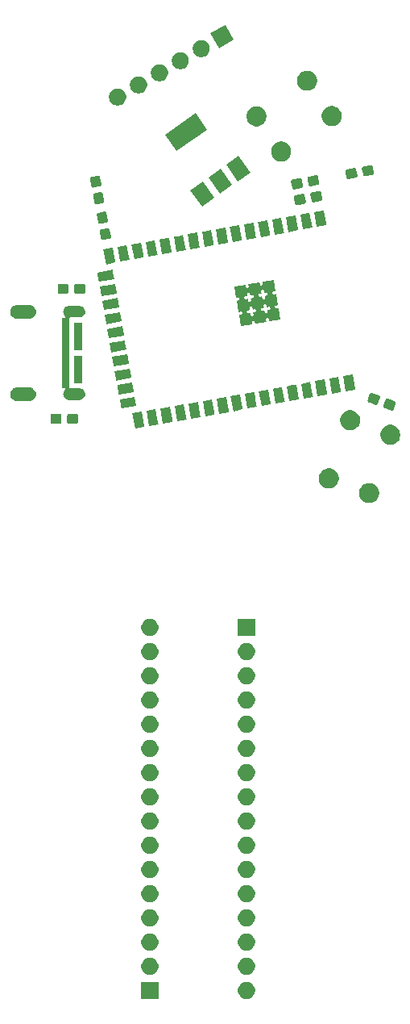
<source format=gbr>
G04 #@! TF.GenerationSoftware,KiCad,Pcbnew,5.1.5+dfsg1-2build2*
G04 #@! TF.CreationDate,2020-11-24T14:56:23+01:00*
G04 #@! TF.ProjectId,GreenEggs_and_Clem,47726565-6e45-4676-9773-5f616e645f43,v0.1*
G04 #@! TF.SameCoordinates,Original*
G04 #@! TF.FileFunction,Soldermask,Top*
G04 #@! TF.FilePolarity,Negative*
%FSLAX46Y46*%
G04 Gerber Fmt 4.6, Leading zero omitted, Abs format (unit mm)*
G04 Created by KiCad (PCBNEW 5.1.5+dfsg1-2build2) date 2020-11-24 14:56:23*
%MOMM*%
%LPD*%
G04 APERTURE LIST*
%ADD10C,0.100000*%
G04 APERTURE END LIST*
D10*
G36*
X140601000Y-147881000D02*
G01*
X138799000Y-147881000D01*
X138799000Y-146079000D01*
X140601000Y-146079000D01*
X140601000Y-147881000D01*
G37*
G36*
X149963512Y-146073927D02*
G01*
X150112812Y-146103624D01*
X150276784Y-146171544D01*
X150424354Y-146270147D01*
X150549853Y-146395646D01*
X150648456Y-146543216D01*
X150716376Y-146707188D01*
X150751000Y-146881259D01*
X150751000Y-147058741D01*
X150716376Y-147232812D01*
X150648456Y-147396784D01*
X150549853Y-147544354D01*
X150424354Y-147669853D01*
X150276784Y-147768456D01*
X150112812Y-147836376D01*
X149963512Y-147866073D01*
X149938742Y-147871000D01*
X149761258Y-147871000D01*
X149736488Y-147866073D01*
X149587188Y-147836376D01*
X149423216Y-147768456D01*
X149275646Y-147669853D01*
X149150147Y-147544354D01*
X149051544Y-147396784D01*
X148983624Y-147232812D01*
X148949000Y-147058741D01*
X148949000Y-146881259D01*
X148983624Y-146707188D01*
X149051544Y-146543216D01*
X149150147Y-146395646D01*
X149275646Y-146270147D01*
X149423216Y-146171544D01*
X149587188Y-146103624D01*
X149736488Y-146073927D01*
X149761258Y-146069000D01*
X149938742Y-146069000D01*
X149963512Y-146073927D01*
G37*
G36*
X139813512Y-143543927D02*
G01*
X139962812Y-143573624D01*
X140126784Y-143641544D01*
X140274354Y-143740147D01*
X140399853Y-143865646D01*
X140498456Y-144013216D01*
X140566376Y-144177188D01*
X140601000Y-144351259D01*
X140601000Y-144528741D01*
X140566376Y-144702812D01*
X140498456Y-144866784D01*
X140399853Y-145014354D01*
X140274354Y-145139853D01*
X140126784Y-145238456D01*
X139962812Y-145306376D01*
X139813512Y-145336073D01*
X139788742Y-145341000D01*
X139611258Y-145341000D01*
X139586488Y-145336073D01*
X139437188Y-145306376D01*
X139273216Y-145238456D01*
X139125646Y-145139853D01*
X139000147Y-145014354D01*
X138901544Y-144866784D01*
X138833624Y-144702812D01*
X138799000Y-144528741D01*
X138799000Y-144351259D01*
X138833624Y-144177188D01*
X138901544Y-144013216D01*
X139000147Y-143865646D01*
X139125646Y-143740147D01*
X139273216Y-143641544D01*
X139437188Y-143573624D01*
X139586488Y-143543927D01*
X139611258Y-143539000D01*
X139788742Y-143539000D01*
X139813512Y-143543927D01*
G37*
G36*
X149963512Y-143533927D02*
G01*
X150112812Y-143563624D01*
X150276784Y-143631544D01*
X150424354Y-143730147D01*
X150549853Y-143855646D01*
X150648456Y-144003216D01*
X150716376Y-144167188D01*
X150751000Y-144341259D01*
X150751000Y-144518741D01*
X150716376Y-144692812D01*
X150648456Y-144856784D01*
X150549853Y-145004354D01*
X150424354Y-145129853D01*
X150276784Y-145228456D01*
X150112812Y-145296376D01*
X149963512Y-145326073D01*
X149938742Y-145331000D01*
X149761258Y-145331000D01*
X149736488Y-145326073D01*
X149587188Y-145296376D01*
X149423216Y-145228456D01*
X149275646Y-145129853D01*
X149150147Y-145004354D01*
X149051544Y-144856784D01*
X148983624Y-144692812D01*
X148949000Y-144518741D01*
X148949000Y-144341259D01*
X148983624Y-144167188D01*
X149051544Y-144003216D01*
X149150147Y-143855646D01*
X149275646Y-143730147D01*
X149423216Y-143631544D01*
X149587188Y-143563624D01*
X149736488Y-143533927D01*
X149761258Y-143529000D01*
X149938742Y-143529000D01*
X149963512Y-143533927D01*
G37*
G36*
X139813512Y-141003927D02*
G01*
X139962812Y-141033624D01*
X140126784Y-141101544D01*
X140274354Y-141200147D01*
X140399853Y-141325646D01*
X140498456Y-141473216D01*
X140566376Y-141637188D01*
X140601000Y-141811259D01*
X140601000Y-141988741D01*
X140566376Y-142162812D01*
X140498456Y-142326784D01*
X140399853Y-142474354D01*
X140274354Y-142599853D01*
X140126784Y-142698456D01*
X139962812Y-142766376D01*
X139813512Y-142796073D01*
X139788742Y-142801000D01*
X139611258Y-142801000D01*
X139586488Y-142796073D01*
X139437188Y-142766376D01*
X139273216Y-142698456D01*
X139125646Y-142599853D01*
X139000147Y-142474354D01*
X138901544Y-142326784D01*
X138833624Y-142162812D01*
X138799000Y-141988741D01*
X138799000Y-141811259D01*
X138833624Y-141637188D01*
X138901544Y-141473216D01*
X139000147Y-141325646D01*
X139125646Y-141200147D01*
X139273216Y-141101544D01*
X139437188Y-141033624D01*
X139586488Y-141003927D01*
X139611258Y-140999000D01*
X139788742Y-140999000D01*
X139813512Y-141003927D01*
G37*
G36*
X149963512Y-140993927D02*
G01*
X150112812Y-141023624D01*
X150276784Y-141091544D01*
X150424354Y-141190147D01*
X150549853Y-141315646D01*
X150648456Y-141463216D01*
X150716376Y-141627188D01*
X150751000Y-141801259D01*
X150751000Y-141978741D01*
X150716376Y-142152812D01*
X150648456Y-142316784D01*
X150549853Y-142464354D01*
X150424354Y-142589853D01*
X150276784Y-142688456D01*
X150112812Y-142756376D01*
X149963512Y-142786073D01*
X149938742Y-142791000D01*
X149761258Y-142791000D01*
X149736488Y-142786073D01*
X149587188Y-142756376D01*
X149423216Y-142688456D01*
X149275646Y-142589853D01*
X149150147Y-142464354D01*
X149051544Y-142316784D01*
X148983624Y-142152812D01*
X148949000Y-141978741D01*
X148949000Y-141801259D01*
X148983624Y-141627188D01*
X149051544Y-141463216D01*
X149150147Y-141315646D01*
X149275646Y-141190147D01*
X149423216Y-141091544D01*
X149587188Y-141023624D01*
X149736488Y-140993927D01*
X149761258Y-140989000D01*
X149938742Y-140989000D01*
X149963512Y-140993927D01*
G37*
G36*
X139813512Y-138463927D02*
G01*
X139962812Y-138493624D01*
X140126784Y-138561544D01*
X140274354Y-138660147D01*
X140399853Y-138785646D01*
X140498456Y-138933216D01*
X140566376Y-139097188D01*
X140601000Y-139271259D01*
X140601000Y-139448741D01*
X140566376Y-139622812D01*
X140498456Y-139786784D01*
X140399853Y-139934354D01*
X140274354Y-140059853D01*
X140126784Y-140158456D01*
X139962812Y-140226376D01*
X139813512Y-140256073D01*
X139788742Y-140261000D01*
X139611258Y-140261000D01*
X139586488Y-140256073D01*
X139437188Y-140226376D01*
X139273216Y-140158456D01*
X139125646Y-140059853D01*
X139000147Y-139934354D01*
X138901544Y-139786784D01*
X138833624Y-139622812D01*
X138799000Y-139448741D01*
X138799000Y-139271259D01*
X138833624Y-139097188D01*
X138901544Y-138933216D01*
X139000147Y-138785646D01*
X139125646Y-138660147D01*
X139273216Y-138561544D01*
X139437188Y-138493624D01*
X139586488Y-138463927D01*
X139611258Y-138459000D01*
X139788742Y-138459000D01*
X139813512Y-138463927D01*
G37*
G36*
X149963512Y-138453927D02*
G01*
X150112812Y-138483624D01*
X150276784Y-138551544D01*
X150424354Y-138650147D01*
X150549853Y-138775646D01*
X150648456Y-138923216D01*
X150716376Y-139087188D01*
X150751000Y-139261259D01*
X150751000Y-139438741D01*
X150716376Y-139612812D01*
X150648456Y-139776784D01*
X150549853Y-139924354D01*
X150424354Y-140049853D01*
X150276784Y-140148456D01*
X150112812Y-140216376D01*
X149963512Y-140246073D01*
X149938742Y-140251000D01*
X149761258Y-140251000D01*
X149736488Y-140246073D01*
X149587188Y-140216376D01*
X149423216Y-140148456D01*
X149275646Y-140049853D01*
X149150147Y-139924354D01*
X149051544Y-139776784D01*
X148983624Y-139612812D01*
X148949000Y-139438741D01*
X148949000Y-139261259D01*
X148983624Y-139087188D01*
X149051544Y-138923216D01*
X149150147Y-138775646D01*
X149275646Y-138650147D01*
X149423216Y-138551544D01*
X149587188Y-138483624D01*
X149736488Y-138453927D01*
X149761258Y-138449000D01*
X149938742Y-138449000D01*
X149963512Y-138453927D01*
G37*
G36*
X139813512Y-135923927D02*
G01*
X139962812Y-135953624D01*
X140126784Y-136021544D01*
X140274354Y-136120147D01*
X140399853Y-136245646D01*
X140498456Y-136393216D01*
X140566376Y-136557188D01*
X140601000Y-136731259D01*
X140601000Y-136908741D01*
X140566376Y-137082812D01*
X140498456Y-137246784D01*
X140399853Y-137394354D01*
X140274354Y-137519853D01*
X140126784Y-137618456D01*
X139962812Y-137686376D01*
X139813512Y-137716073D01*
X139788742Y-137721000D01*
X139611258Y-137721000D01*
X139586488Y-137716073D01*
X139437188Y-137686376D01*
X139273216Y-137618456D01*
X139125646Y-137519853D01*
X139000147Y-137394354D01*
X138901544Y-137246784D01*
X138833624Y-137082812D01*
X138799000Y-136908741D01*
X138799000Y-136731259D01*
X138833624Y-136557188D01*
X138901544Y-136393216D01*
X139000147Y-136245646D01*
X139125646Y-136120147D01*
X139273216Y-136021544D01*
X139437188Y-135953624D01*
X139586488Y-135923927D01*
X139611258Y-135919000D01*
X139788742Y-135919000D01*
X139813512Y-135923927D01*
G37*
G36*
X149963512Y-135913927D02*
G01*
X150112812Y-135943624D01*
X150276784Y-136011544D01*
X150424354Y-136110147D01*
X150549853Y-136235646D01*
X150648456Y-136383216D01*
X150716376Y-136547188D01*
X150751000Y-136721259D01*
X150751000Y-136898741D01*
X150716376Y-137072812D01*
X150648456Y-137236784D01*
X150549853Y-137384354D01*
X150424354Y-137509853D01*
X150276784Y-137608456D01*
X150112812Y-137676376D01*
X149963512Y-137706073D01*
X149938742Y-137711000D01*
X149761258Y-137711000D01*
X149736488Y-137706073D01*
X149587188Y-137676376D01*
X149423216Y-137608456D01*
X149275646Y-137509853D01*
X149150147Y-137384354D01*
X149051544Y-137236784D01*
X148983624Y-137072812D01*
X148949000Y-136898741D01*
X148949000Y-136721259D01*
X148983624Y-136547188D01*
X149051544Y-136383216D01*
X149150147Y-136235646D01*
X149275646Y-136110147D01*
X149423216Y-136011544D01*
X149587188Y-135943624D01*
X149736488Y-135913927D01*
X149761258Y-135909000D01*
X149938742Y-135909000D01*
X149963512Y-135913927D01*
G37*
G36*
X139813512Y-133383927D02*
G01*
X139962812Y-133413624D01*
X140126784Y-133481544D01*
X140274354Y-133580147D01*
X140399853Y-133705646D01*
X140498456Y-133853216D01*
X140566376Y-134017188D01*
X140601000Y-134191259D01*
X140601000Y-134368741D01*
X140566376Y-134542812D01*
X140498456Y-134706784D01*
X140399853Y-134854354D01*
X140274354Y-134979853D01*
X140126784Y-135078456D01*
X139962812Y-135146376D01*
X139813512Y-135176073D01*
X139788742Y-135181000D01*
X139611258Y-135181000D01*
X139586488Y-135176073D01*
X139437188Y-135146376D01*
X139273216Y-135078456D01*
X139125646Y-134979853D01*
X139000147Y-134854354D01*
X138901544Y-134706784D01*
X138833624Y-134542812D01*
X138799000Y-134368741D01*
X138799000Y-134191259D01*
X138833624Y-134017188D01*
X138901544Y-133853216D01*
X139000147Y-133705646D01*
X139125646Y-133580147D01*
X139273216Y-133481544D01*
X139437188Y-133413624D01*
X139586488Y-133383927D01*
X139611258Y-133379000D01*
X139788742Y-133379000D01*
X139813512Y-133383927D01*
G37*
G36*
X149963512Y-133373927D02*
G01*
X150112812Y-133403624D01*
X150276784Y-133471544D01*
X150424354Y-133570147D01*
X150549853Y-133695646D01*
X150648456Y-133843216D01*
X150716376Y-134007188D01*
X150751000Y-134181259D01*
X150751000Y-134358741D01*
X150716376Y-134532812D01*
X150648456Y-134696784D01*
X150549853Y-134844354D01*
X150424354Y-134969853D01*
X150276784Y-135068456D01*
X150112812Y-135136376D01*
X149963512Y-135166073D01*
X149938742Y-135171000D01*
X149761258Y-135171000D01*
X149736488Y-135166073D01*
X149587188Y-135136376D01*
X149423216Y-135068456D01*
X149275646Y-134969853D01*
X149150147Y-134844354D01*
X149051544Y-134696784D01*
X148983624Y-134532812D01*
X148949000Y-134358741D01*
X148949000Y-134181259D01*
X148983624Y-134007188D01*
X149051544Y-133843216D01*
X149150147Y-133695646D01*
X149275646Y-133570147D01*
X149423216Y-133471544D01*
X149587188Y-133403624D01*
X149736488Y-133373927D01*
X149761258Y-133369000D01*
X149938742Y-133369000D01*
X149963512Y-133373927D01*
G37*
G36*
X139813512Y-130843927D02*
G01*
X139962812Y-130873624D01*
X140126784Y-130941544D01*
X140274354Y-131040147D01*
X140399853Y-131165646D01*
X140498456Y-131313216D01*
X140566376Y-131477188D01*
X140601000Y-131651259D01*
X140601000Y-131828741D01*
X140566376Y-132002812D01*
X140498456Y-132166784D01*
X140399853Y-132314354D01*
X140274354Y-132439853D01*
X140126784Y-132538456D01*
X139962812Y-132606376D01*
X139813512Y-132636073D01*
X139788742Y-132641000D01*
X139611258Y-132641000D01*
X139586488Y-132636073D01*
X139437188Y-132606376D01*
X139273216Y-132538456D01*
X139125646Y-132439853D01*
X139000147Y-132314354D01*
X138901544Y-132166784D01*
X138833624Y-132002812D01*
X138799000Y-131828741D01*
X138799000Y-131651259D01*
X138833624Y-131477188D01*
X138901544Y-131313216D01*
X139000147Y-131165646D01*
X139125646Y-131040147D01*
X139273216Y-130941544D01*
X139437188Y-130873624D01*
X139586488Y-130843927D01*
X139611258Y-130839000D01*
X139788742Y-130839000D01*
X139813512Y-130843927D01*
G37*
G36*
X149963512Y-130833927D02*
G01*
X150112812Y-130863624D01*
X150276784Y-130931544D01*
X150424354Y-131030147D01*
X150549853Y-131155646D01*
X150648456Y-131303216D01*
X150716376Y-131467188D01*
X150751000Y-131641259D01*
X150751000Y-131818741D01*
X150716376Y-131992812D01*
X150648456Y-132156784D01*
X150549853Y-132304354D01*
X150424354Y-132429853D01*
X150276784Y-132528456D01*
X150112812Y-132596376D01*
X149963512Y-132626073D01*
X149938742Y-132631000D01*
X149761258Y-132631000D01*
X149736488Y-132626073D01*
X149587188Y-132596376D01*
X149423216Y-132528456D01*
X149275646Y-132429853D01*
X149150147Y-132304354D01*
X149051544Y-132156784D01*
X148983624Y-131992812D01*
X148949000Y-131818741D01*
X148949000Y-131641259D01*
X148983624Y-131467188D01*
X149051544Y-131303216D01*
X149150147Y-131155646D01*
X149275646Y-131030147D01*
X149423216Y-130931544D01*
X149587188Y-130863624D01*
X149736488Y-130833927D01*
X149761258Y-130829000D01*
X149938742Y-130829000D01*
X149963512Y-130833927D01*
G37*
G36*
X139813512Y-128303927D02*
G01*
X139962812Y-128333624D01*
X140126784Y-128401544D01*
X140274354Y-128500147D01*
X140399853Y-128625646D01*
X140498456Y-128773216D01*
X140566376Y-128937188D01*
X140601000Y-129111259D01*
X140601000Y-129288741D01*
X140566376Y-129462812D01*
X140498456Y-129626784D01*
X140399853Y-129774354D01*
X140274354Y-129899853D01*
X140126784Y-129998456D01*
X139962812Y-130066376D01*
X139813512Y-130096073D01*
X139788742Y-130101000D01*
X139611258Y-130101000D01*
X139586488Y-130096073D01*
X139437188Y-130066376D01*
X139273216Y-129998456D01*
X139125646Y-129899853D01*
X139000147Y-129774354D01*
X138901544Y-129626784D01*
X138833624Y-129462812D01*
X138799000Y-129288741D01*
X138799000Y-129111259D01*
X138833624Y-128937188D01*
X138901544Y-128773216D01*
X139000147Y-128625646D01*
X139125646Y-128500147D01*
X139273216Y-128401544D01*
X139437188Y-128333624D01*
X139586488Y-128303927D01*
X139611258Y-128299000D01*
X139788742Y-128299000D01*
X139813512Y-128303927D01*
G37*
G36*
X149963512Y-128293927D02*
G01*
X150112812Y-128323624D01*
X150276784Y-128391544D01*
X150424354Y-128490147D01*
X150549853Y-128615646D01*
X150648456Y-128763216D01*
X150716376Y-128927188D01*
X150751000Y-129101259D01*
X150751000Y-129278741D01*
X150716376Y-129452812D01*
X150648456Y-129616784D01*
X150549853Y-129764354D01*
X150424354Y-129889853D01*
X150276784Y-129988456D01*
X150112812Y-130056376D01*
X149963512Y-130086073D01*
X149938742Y-130091000D01*
X149761258Y-130091000D01*
X149736488Y-130086073D01*
X149587188Y-130056376D01*
X149423216Y-129988456D01*
X149275646Y-129889853D01*
X149150147Y-129764354D01*
X149051544Y-129616784D01*
X148983624Y-129452812D01*
X148949000Y-129278741D01*
X148949000Y-129101259D01*
X148983624Y-128927188D01*
X149051544Y-128763216D01*
X149150147Y-128615646D01*
X149275646Y-128490147D01*
X149423216Y-128391544D01*
X149587188Y-128323624D01*
X149736488Y-128293927D01*
X149761258Y-128289000D01*
X149938742Y-128289000D01*
X149963512Y-128293927D01*
G37*
G36*
X139813512Y-125763927D02*
G01*
X139962812Y-125793624D01*
X140126784Y-125861544D01*
X140274354Y-125960147D01*
X140399853Y-126085646D01*
X140498456Y-126233216D01*
X140566376Y-126397188D01*
X140601000Y-126571259D01*
X140601000Y-126748741D01*
X140566376Y-126922812D01*
X140498456Y-127086784D01*
X140399853Y-127234354D01*
X140274354Y-127359853D01*
X140126784Y-127458456D01*
X139962812Y-127526376D01*
X139813512Y-127556073D01*
X139788742Y-127561000D01*
X139611258Y-127561000D01*
X139586488Y-127556073D01*
X139437188Y-127526376D01*
X139273216Y-127458456D01*
X139125646Y-127359853D01*
X139000147Y-127234354D01*
X138901544Y-127086784D01*
X138833624Y-126922812D01*
X138799000Y-126748741D01*
X138799000Y-126571259D01*
X138833624Y-126397188D01*
X138901544Y-126233216D01*
X139000147Y-126085646D01*
X139125646Y-125960147D01*
X139273216Y-125861544D01*
X139437188Y-125793624D01*
X139586488Y-125763927D01*
X139611258Y-125759000D01*
X139788742Y-125759000D01*
X139813512Y-125763927D01*
G37*
G36*
X149963512Y-125753927D02*
G01*
X150112812Y-125783624D01*
X150276784Y-125851544D01*
X150424354Y-125950147D01*
X150549853Y-126075646D01*
X150648456Y-126223216D01*
X150716376Y-126387188D01*
X150751000Y-126561259D01*
X150751000Y-126738741D01*
X150716376Y-126912812D01*
X150648456Y-127076784D01*
X150549853Y-127224354D01*
X150424354Y-127349853D01*
X150276784Y-127448456D01*
X150112812Y-127516376D01*
X149963512Y-127546073D01*
X149938742Y-127551000D01*
X149761258Y-127551000D01*
X149736488Y-127546073D01*
X149587188Y-127516376D01*
X149423216Y-127448456D01*
X149275646Y-127349853D01*
X149150147Y-127224354D01*
X149051544Y-127076784D01*
X148983624Y-126912812D01*
X148949000Y-126738741D01*
X148949000Y-126561259D01*
X148983624Y-126387188D01*
X149051544Y-126223216D01*
X149150147Y-126075646D01*
X149275646Y-125950147D01*
X149423216Y-125851544D01*
X149587188Y-125783624D01*
X149736488Y-125753927D01*
X149761258Y-125749000D01*
X149938742Y-125749000D01*
X149963512Y-125753927D01*
G37*
G36*
X139813512Y-123223927D02*
G01*
X139962812Y-123253624D01*
X140126784Y-123321544D01*
X140274354Y-123420147D01*
X140399853Y-123545646D01*
X140498456Y-123693216D01*
X140566376Y-123857188D01*
X140601000Y-124031259D01*
X140601000Y-124208741D01*
X140566376Y-124382812D01*
X140498456Y-124546784D01*
X140399853Y-124694354D01*
X140274354Y-124819853D01*
X140126784Y-124918456D01*
X139962812Y-124986376D01*
X139813512Y-125016073D01*
X139788742Y-125021000D01*
X139611258Y-125021000D01*
X139586488Y-125016073D01*
X139437188Y-124986376D01*
X139273216Y-124918456D01*
X139125646Y-124819853D01*
X139000147Y-124694354D01*
X138901544Y-124546784D01*
X138833624Y-124382812D01*
X138799000Y-124208741D01*
X138799000Y-124031259D01*
X138833624Y-123857188D01*
X138901544Y-123693216D01*
X139000147Y-123545646D01*
X139125646Y-123420147D01*
X139273216Y-123321544D01*
X139437188Y-123253624D01*
X139586488Y-123223927D01*
X139611258Y-123219000D01*
X139788742Y-123219000D01*
X139813512Y-123223927D01*
G37*
G36*
X149963512Y-123213927D02*
G01*
X150112812Y-123243624D01*
X150276784Y-123311544D01*
X150424354Y-123410147D01*
X150549853Y-123535646D01*
X150648456Y-123683216D01*
X150716376Y-123847188D01*
X150751000Y-124021259D01*
X150751000Y-124198741D01*
X150716376Y-124372812D01*
X150648456Y-124536784D01*
X150549853Y-124684354D01*
X150424354Y-124809853D01*
X150276784Y-124908456D01*
X150112812Y-124976376D01*
X149963512Y-125006073D01*
X149938742Y-125011000D01*
X149761258Y-125011000D01*
X149736488Y-125006073D01*
X149587188Y-124976376D01*
X149423216Y-124908456D01*
X149275646Y-124809853D01*
X149150147Y-124684354D01*
X149051544Y-124536784D01*
X148983624Y-124372812D01*
X148949000Y-124198741D01*
X148949000Y-124021259D01*
X148983624Y-123847188D01*
X149051544Y-123683216D01*
X149150147Y-123535646D01*
X149275646Y-123410147D01*
X149423216Y-123311544D01*
X149587188Y-123243624D01*
X149736488Y-123213927D01*
X149761258Y-123209000D01*
X149938742Y-123209000D01*
X149963512Y-123213927D01*
G37*
G36*
X139813512Y-120683927D02*
G01*
X139962812Y-120713624D01*
X140126784Y-120781544D01*
X140274354Y-120880147D01*
X140399853Y-121005646D01*
X140498456Y-121153216D01*
X140566376Y-121317188D01*
X140601000Y-121491259D01*
X140601000Y-121668741D01*
X140566376Y-121842812D01*
X140498456Y-122006784D01*
X140399853Y-122154354D01*
X140274354Y-122279853D01*
X140126784Y-122378456D01*
X139962812Y-122446376D01*
X139813512Y-122476073D01*
X139788742Y-122481000D01*
X139611258Y-122481000D01*
X139586488Y-122476073D01*
X139437188Y-122446376D01*
X139273216Y-122378456D01*
X139125646Y-122279853D01*
X139000147Y-122154354D01*
X138901544Y-122006784D01*
X138833624Y-121842812D01*
X138799000Y-121668741D01*
X138799000Y-121491259D01*
X138833624Y-121317188D01*
X138901544Y-121153216D01*
X139000147Y-121005646D01*
X139125646Y-120880147D01*
X139273216Y-120781544D01*
X139437188Y-120713624D01*
X139586488Y-120683927D01*
X139611258Y-120679000D01*
X139788742Y-120679000D01*
X139813512Y-120683927D01*
G37*
G36*
X149963512Y-120673927D02*
G01*
X150112812Y-120703624D01*
X150276784Y-120771544D01*
X150424354Y-120870147D01*
X150549853Y-120995646D01*
X150648456Y-121143216D01*
X150716376Y-121307188D01*
X150751000Y-121481259D01*
X150751000Y-121658741D01*
X150716376Y-121832812D01*
X150648456Y-121996784D01*
X150549853Y-122144354D01*
X150424354Y-122269853D01*
X150276784Y-122368456D01*
X150112812Y-122436376D01*
X149963512Y-122466073D01*
X149938742Y-122471000D01*
X149761258Y-122471000D01*
X149736488Y-122466073D01*
X149587188Y-122436376D01*
X149423216Y-122368456D01*
X149275646Y-122269853D01*
X149150147Y-122144354D01*
X149051544Y-121996784D01*
X148983624Y-121832812D01*
X148949000Y-121658741D01*
X148949000Y-121481259D01*
X148983624Y-121307188D01*
X149051544Y-121143216D01*
X149150147Y-120995646D01*
X149275646Y-120870147D01*
X149423216Y-120771544D01*
X149587188Y-120703624D01*
X149736488Y-120673927D01*
X149761258Y-120669000D01*
X149938742Y-120669000D01*
X149963512Y-120673927D01*
G37*
G36*
X139813512Y-118143927D02*
G01*
X139962812Y-118173624D01*
X140126784Y-118241544D01*
X140274354Y-118340147D01*
X140399853Y-118465646D01*
X140498456Y-118613216D01*
X140566376Y-118777188D01*
X140601000Y-118951259D01*
X140601000Y-119128741D01*
X140566376Y-119302812D01*
X140498456Y-119466784D01*
X140399853Y-119614354D01*
X140274354Y-119739853D01*
X140126784Y-119838456D01*
X139962812Y-119906376D01*
X139813512Y-119936073D01*
X139788742Y-119941000D01*
X139611258Y-119941000D01*
X139586488Y-119936073D01*
X139437188Y-119906376D01*
X139273216Y-119838456D01*
X139125646Y-119739853D01*
X139000147Y-119614354D01*
X138901544Y-119466784D01*
X138833624Y-119302812D01*
X138799000Y-119128741D01*
X138799000Y-118951259D01*
X138833624Y-118777188D01*
X138901544Y-118613216D01*
X139000147Y-118465646D01*
X139125646Y-118340147D01*
X139273216Y-118241544D01*
X139437188Y-118173624D01*
X139586488Y-118143927D01*
X139611258Y-118139000D01*
X139788742Y-118139000D01*
X139813512Y-118143927D01*
G37*
G36*
X149963512Y-118133927D02*
G01*
X150112812Y-118163624D01*
X150276784Y-118231544D01*
X150424354Y-118330147D01*
X150549853Y-118455646D01*
X150648456Y-118603216D01*
X150716376Y-118767188D01*
X150751000Y-118941259D01*
X150751000Y-119118741D01*
X150716376Y-119292812D01*
X150648456Y-119456784D01*
X150549853Y-119604354D01*
X150424354Y-119729853D01*
X150276784Y-119828456D01*
X150112812Y-119896376D01*
X149963512Y-119926073D01*
X149938742Y-119931000D01*
X149761258Y-119931000D01*
X149736488Y-119926073D01*
X149587188Y-119896376D01*
X149423216Y-119828456D01*
X149275646Y-119729853D01*
X149150147Y-119604354D01*
X149051544Y-119456784D01*
X148983624Y-119292812D01*
X148949000Y-119118741D01*
X148949000Y-118941259D01*
X148983624Y-118767188D01*
X149051544Y-118603216D01*
X149150147Y-118455646D01*
X149275646Y-118330147D01*
X149423216Y-118231544D01*
X149587188Y-118163624D01*
X149736488Y-118133927D01*
X149761258Y-118129000D01*
X149938742Y-118129000D01*
X149963512Y-118133927D01*
G37*
G36*
X139813512Y-115603927D02*
G01*
X139962812Y-115633624D01*
X140126784Y-115701544D01*
X140274354Y-115800147D01*
X140399853Y-115925646D01*
X140498456Y-116073216D01*
X140566376Y-116237188D01*
X140601000Y-116411259D01*
X140601000Y-116588741D01*
X140566376Y-116762812D01*
X140498456Y-116926784D01*
X140399853Y-117074354D01*
X140274354Y-117199853D01*
X140126784Y-117298456D01*
X139962812Y-117366376D01*
X139813512Y-117396073D01*
X139788742Y-117401000D01*
X139611258Y-117401000D01*
X139586488Y-117396073D01*
X139437188Y-117366376D01*
X139273216Y-117298456D01*
X139125646Y-117199853D01*
X139000147Y-117074354D01*
X138901544Y-116926784D01*
X138833624Y-116762812D01*
X138799000Y-116588741D01*
X138799000Y-116411259D01*
X138833624Y-116237188D01*
X138901544Y-116073216D01*
X139000147Y-115925646D01*
X139125646Y-115800147D01*
X139273216Y-115701544D01*
X139437188Y-115633624D01*
X139586488Y-115603927D01*
X139611258Y-115599000D01*
X139788742Y-115599000D01*
X139813512Y-115603927D01*
G37*
G36*
X149963512Y-115593927D02*
G01*
X150112812Y-115623624D01*
X150276784Y-115691544D01*
X150424354Y-115790147D01*
X150549853Y-115915646D01*
X150648456Y-116063216D01*
X150716376Y-116227188D01*
X150751000Y-116401259D01*
X150751000Y-116578741D01*
X150716376Y-116752812D01*
X150648456Y-116916784D01*
X150549853Y-117064354D01*
X150424354Y-117189853D01*
X150276784Y-117288456D01*
X150112812Y-117356376D01*
X149963512Y-117386073D01*
X149938742Y-117391000D01*
X149761258Y-117391000D01*
X149736488Y-117386073D01*
X149587188Y-117356376D01*
X149423216Y-117288456D01*
X149275646Y-117189853D01*
X149150147Y-117064354D01*
X149051544Y-116916784D01*
X148983624Y-116752812D01*
X148949000Y-116578741D01*
X148949000Y-116401259D01*
X148983624Y-116227188D01*
X149051544Y-116063216D01*
X149150147Y-115915646D01*
X149275646Y-115790147D01*
X149423216Y-115691544D01*
X149587188Y-115623624D01*
X149736488Y-115593927D01*
X149761258Y-115589000D01*
X149938742Y-115589000D01*
X149963512Y-115593927D01*
G37*
G36*
X139813512Y-113063927D02*
G01*
X139962812Y-113093624D01*
X140126784Y-113161544D01*
X140274354Y-113260147D01*
X140399853Y-113385646D01*
X140498456Y-113533216D01*
X140566376Y-113697188D01*
X140601000Y-113871259D01*
X140601000Y-114048741D01*
X140566376Y-114222812D01*
X140498456Y-114386784D01*
X140399853Y-114534354D01*
X140274354Y-114659853D01*
X140126784Y-114758456D01*
X139962812Y-114826376D01*
X139813512Y-114856073D01*
X139788742Y-114861000D01*
X139611258Y-114861000D01*
X139586488Y-114856073D01*
X139437188Y-114826376D01*
X139273216Y-114758456D01*
X139125646Y-114659853D01*
X139000147Y-114534354D01*
X138901544Y-114386784D01*
X138833624Y-114222812D01*
X138799000Y-114048741D01*
X138799000Y-113871259D01*
X138833624Y-113697188D01*
X138901544Y-113533216D01*
X139000147Y-113385646D01*
X139125646Y-113260147D01*
X139273216Y-113161544D01*
X139437188Y-113093624D01*
X139586488Y-113063927D01*
X139611258Y-113059000D01*
X139788742Y-113059000D01*
X139813512Y-113063927D01*
G37*
G36*
X149963512Y-113053927D02*
G01*
X150112812Y-113083624D01*
X150276784Y-113151544D01*
X150424354Y-113250147D01*
X150549853Y-113375646D01*
X150648456Y-113523216D01*
X150716376Y-113687188D01*
X150751000Y-113861259D01*
X150751000Y-114038741D01*
X150716376Y-114212812D01*
X150648456Y-114376784D01*
X150549853Y-114524354D01*
X150424354Y-114649853D01*
X150276784Y-114748456D01*
X150112812Y-114816376D01*
X149963512Y-114846073D01*
X149938742Y-114851000D01*
X149761258Y-114851000D01*
X149736488Y-114846073D01*
X149587188Y-114816376D01*
X149423216Y-114748456D01*
X149275646Y-114649853D01*
X149150147Y-114524354D01*
X149051544Y-114376784D01*
X148983624Y-114212812D01*
X148949000Y-114038741D01*
X148949000Y-113861259D01*
X148983624Y-113687188D01*
X149051544Y-113523216D01*
X149150147Y-113375646D01*
X149275646Y-113250147D01*
X149423216Y-113151544D01*
X149587188Y-113083624D01*
X149736488Y-113053927D01*
X149761258Y-113049000D01*
X149938742Y-113049000D01*
X149963512Y-113053927D01*
G37*
G36*
X139813512Y-110523927D02*
G01*
X139962812Y-110553624D01*
X140126784Y-110621544D01*
X140274354Y-110720147D01*
X140399853Y-110845646D01*
X140498456Y-110993216D01*
X140566376Y-111157188D01*
X140601000Y-111331259D01*
X140601000Y-111508741D01*
X140566376Y-111682812D01*
X140498456Y-111846784D01*
X140399853Y-111994354D01*
X140274354Y-112119853D01*
X140126784Y-112218456D01*
X139962812Y-112286376D01*
X139813512Y-112316073D01*
X139788742Y-112321000D01*
X139611258Y-112321000D01*
X139586488Y-112316073D01*
X139437188Y-112286376D01*
X139273216Y-112218456D01*
X139125646Y-112119853D01*
X139000147Y-111994354D01*
X138901544Y-111846784D01*
X138833624Y-111682812D01*
X138799000Y-111508741D01*
X138799000Y-111331259D01*
X138833624Y-111157188D01*
X138901544Y-110993216D01*
X139000147Y-110845646D01*
X139125646Y-110720147D01*
X139273216Y-110621544D01*
X139437188Y-110553624D01*
X139586488Y-110523927D01*
X139611258Y-110519000D01*
X139788742Y-110519000D01*
X139813512Y-110523927D01*
G37*
G36*
X149963512Y-110513927D02*
G01*
X150112812Y-110543624D01*
X150276784Y-110611544D01*
X150424354Y-110710147D01*
X150549853Y-110835646D01*
X150648456Y-110983216D01*
X150716376Y-111147188D01*
X150751000Y-111321259D01*
X150751000Y-111498741D01*
X150716376Y-111672812D01*
X150648456Y-111836784D01*
X150549853Y-111984354D01*
X150424354Y-112109853D01*
X150276784Y-112208456D01*
X150112812Y-112276376D01*
X149963512Y-112306073D01*
X149938742Y-112311000D01*
X149761258Y-112311000D01*
X149736488Y-112306073D01*
X149587188Y-112276376D01*
X149423216Y-112208456D01*
X149275646Y-112109853D01*
X149150147Y-111984354D01*
X149051544Y-111836784D01*
X148983624Y-111672812D01*
X148949000Y-111498741D01*
X148949000Y-111321259D01*
X148983624Y-111147188D01*
X149051544Y-110983216D01*
X149150147Y-110835646D01*
X149275646Y-110710147D01*
X149423216Y-110611544D01*
X149587188Y-110543624D01*
X149736488Y-110513927D01*
X149761258Y-110509000D01*
X149938742Y-110509000D01*
X149963512Y-110513927D01*
G37*
G36*
X139813512Y-107983927D02*
G01*
X139962812Y-108013624D01*
X140126784Y-108081544D01*
X140274354Y-108180147D01*
X140399853Y-108305646D01*
X140498456Y-108453216D01*
X140566376Y-108617188D01*
X140601000Y-108791259D01*
X140601000Y-108968741D01*
X140566376Y-109142812D01*
X140498456Y-109306784D01*
X140399853Y-109454354D01*
X140274354Y-109579853D01*
X140126784Y-109678456D01*
X139962812Y-109746376D01*
X139813512Y-109776073D01*
X139788742Y-109781000D01*
X139611258Y-109781000D01*
X139586488Y-109776073D01*
X139437188Y-109746376D01*
X139273216Y-109678456D01*
X139125646Y-109579853D01*
X139000147Y-109454354D01*
X138901544Y-109306784D01*
X138833624Y-109142812D01*
X138799000Y-108968741D01*
X138799000Y-108791259D01*
X138833624Y-108617188D01*
X138901544Y-108453216D01*
X139000147Y-108305646D01*
X139125646Y-108180147D01*
X139273216Y-108081544D01*
X139437188Y-108013624D01*
X139586488Y-107983927D01*
X139611258Y-107979000D01*
X139788742Y-107979000D01*
X139813512Y-107983927D01*
G37*
G36*
X150751000Y-109771000D02*
G01*
X148949000Y-109771000D01*
X148949000Y-107969000D01*
X150751000Y-107969000D01*
X150751000Y-109771000D01*
G37*
G36*
X163053433Y-93767391D02*
G01*
X163244702Y-93846617D01*
X163244704Y-93846618D01*
X163416842Y-93961637D01*
X163563234Y-94108029D01*
X163657777Y-94249522D01*
X163678254Y-94280169D01*
X163757480Y-94471438D01*
X163797869Y-94674486D01*
X163797869Y-94881518D01*
X163757480Y-95084566D01*
X163678254Y-95275835D01*
X163678253Y-95275837D01*
X163563234Y-95447975D01*
X163416842Y-95594367D01*
X163244704Y-95709386D01*
X163244703Y-95709387D01*
X163244702Y-95709387D01*
X163053433Y-95788613D01*
X162850385Y-95829002D01*
X162643353Y-95829002D01*
X162440305Y-95788613D01*
X162249036Y-95709387D01*
X162249035Y-95709387D01*
X162249034Y-95709386D01*
X162076896Y-95594367D01*
X161930504Y-95447975D01*
X161815485Y-95275837D01*
X161815484Y-95275835D01*
X161736258Y-95084566D01*
X161695869Y-94881518D01*
X161695869Y-94674486D01*
X161736258Y-94471438D01*
X161815484Y-94280169D01*
X161835962Y-94249522D01*
X161930504Y-94108029D01*
X162076896Y-93961637D01*
X162249034Y-93846618D01*
X162249036Y-93846617D01*
X162440305Y-93767391D01*
X162643353Y-93727002D01*
X162850385Y-93727002D01*
X163053433Y-93767391D01*
G37*
G36*
X158824816Y-92228300D02*
G01*
X159016085Y-92307526D01*
X159016087Y-92307527D01*
X159188225Y-92422546D01*
X159334617Y-92568938D01*
X159449637Y-92741078D01*
X159528863Y-92932347D01*
X159569252Y-93135395D01*
X159569252Y-93342427D01*
X159528863Y-93545475D01*
X159453672Y-93727002D01*
X159449636Y-93736746D01*
X159334617Y-93908884D01*
X159188225Y-94055276D01*
X159016087Y-94170295D01*
X159016086Y-94170296D01*
X159016085Y-94170296D01*
X158824816Y-94249522D01*
X158621768Y-94289911D01*
X158414736Y-94289911D01*
X158211688Y-94249522D01*
X158020419Y-94170296D01*
X158020418Y-94170296D01*
X158020417Y-94170295D01*
X157848279Y-94055276D01*
X157701887Y-93908884D01*
X157586868Y-93736746D01*
X157582832Y-93727002D01*
X157507641Y-93545475D01*
X157467252Y-93342427D01*
X157467252Y-93135395D01*
X157507641Y-92932347D01*
X157586867Y-92741078D01*
X157701887Y-92568938D01*
X157848279Y-92422546D01*
X158020417Y-92307527D01*
X158020419Y-92307526D01*
X158211688Y-92228300D01*
X158414736Y-92187911D01*
X158621768Y-92187911D01*
X158824816Y-92228300D01*
G37*
G36*
X165276564Y-87659389D02*
G01*
X165467833Y-87738615D01*
X165467835Y-87738616D01*
X165639973Y-87853635D01*
X165786365Y-88000027D01*
X165880908Y-88141520D01*
X165901385Y-88172167D01*
X165980611Y-88363436D01*
X166021000Y-88566484D01*
X166021000Y-88773516D01*
X165980611Y-88976564D01*
X165901385Y-89167833D01*
X165901384Y-89167835D01*
X165786365Y-89339973D01*
X165639973Y-89486365D01*
X165467835Y-89601384D01*
X165467834Y-89601385D01*
X165467833Y-89601385D01*
X165276564Y-89680611D01*
X165073516Y-89721000D01*
X164866484Y-89721000D01*
X164663436Y-89680611D01*
X164472167Y-89601385D01*
X164472166Y-89601385D01*
X164472165Y-89601384D01*
X164300027Y-89486365D01*
X164153635Y-89339973D01*
X164038616Y-89167835D01*
X164038615Y-89167833D01*
X163959389Y-88976564D01*
X163919000Y-88773516D01*
X163919000Y-88566484D01*
X163959389Y-88363436D01*
X164038615Y-88172167D01*
X164059093Y-88141520D01*
X164153635Y-88000027D01*
X164300027Y-87853635D01*
X164472165Y-87738616D01*
X164472167Y-87738615D01*
X164663436Y-87659389D01*
X164866484Y-87619000D01*
X165073516Y-87619000D01*
X165276564Y-87659389D01*
G37*
G36*
X161047947Y-86120298D02*
G01*
X161210163Y-86187490D01*
X161239218Y-86199525D01*
X161411356Y-86314544D01*
X161557748Y-86460936D01*
X161631214Y-86570885D01*
X161672768Y-86633076D01*
X161751994Y-86824345D01*
X161792383Y-87027393D01*
X161792383Y-87234425D01*
X161751994Y-87437473D01*
X161730298Y-87489851D01*
X161672767Y-87628744D01*
X161557748Y-87800882D01*
X161411356Y-87947274D01*
X161239218Y-88062293D01*
X161239217Y-88062294D01*
X161239216Y-88062294D01*
X161047947Y-88141520D01*
X160844899Y-88181909D01*
X160637867Y-88181909D01*
X160434819Y-88141520D01*
X160243550Y-88062294D01*
X160243549Y-88062294D01*
X160243548Y-88062293D01*
X160071410Y-87947274D01*
X159925018Y-87800882D01*
X159809999Y-87628744D01*
X159752468Y-87489851D01*
X159730772Y-87437473D01*
X159690383Y-87234425D01*
X159690383Y-87027393D01*
X159730772Y-86824345D01*
X159809998Y-86633076D01*
X159851553Y-86570885D01*
X159925018Y-86460936D01*
X160071410Y-86314544D01*
X160243548Y-86199525D01*
X160272603Y-86187490D01*
X160434819Y-86120298D01*
X160637867Y-86079909D01*
X160844899Y-86079909D01*
X161047947Y-86120298D01*
G37*
G36*
X139104878Y-87738616D02*
G01*
X139122190Y-87836799D01*
X138135413Y-88010795D01*
X138135412Y-88010795D01*
X137857228Y-86433133D01*
X138844005Y-86259137D01*
X138844006Y-86259137D01*
X139104878Y-87738616D01*
G37*
G36*
X140576571Y-87446847D02*
G01*
X140599402Y-87576327D01*
X139612625Y-87750323D01*
X139612624Y-87750323D01*
X139334440Y-86172661D01*
X140321217Y-85998665D01*
X140321218Y-85998665D01*
X140576571Y-87446847D01*
G37*
G36*
X131999499Y-86458445D02*
G01*
X132036995Y-86469820D01*
X132071554Y-86488292D01*
X132101847Y-86513153D01*
X132126708Y-86543446D01*
X132145180Y-86578005D01*
X132156555Y-86615501D01*
X132161000Y-86660638D01*
X132161000Y-87299362D01*
X132156555Y-87344499D01*
X132145180Y-87381995D01*
X132126708Y-87416554D01*
X132101847Y-87446847D01*
X132071554Y-87471708D01*
X132036995Y-87490180D01*
X131999499Y-87501555D01*
X131954362Y-87506000D01*
X131215638Y-87506000D01*
X131170501Y-87501555D01*
X131133005Y-87490180D01*
X131098446Y-87471708D01*
X131068153Y-87446847D01*
X131043292Y-87416554D01*
X131024820Y-87381995D01*
X131013445Y-87344499D01*
X131009000Y-87299362D01*
X131009000Y-86660638D01*
X131013445Y-86615501D01*
X131024820Y-86578005D01*
X131043292Y-86543446D01*
X131068153Y-86513153D01*
X131098446Y-86488292D01*
X131133005Y-86469820D01*
X131170501Y-86458445D01*
X131215638Y-86454000D01*
X131954362Y-86454000D01*
X131999499Y-86458445D01*
G37*
G36*
X130249499Y-86458445D02*
G01*
X130286995Y-86469820D01*
X130321554Y-86488292D01*
X130351847Y-86513153D01*
X130376708Y-86543446D01*
X130395180Y-86578005D01*
X130406555Y-86615501D01*
X130411000Y-86660638D01*
X130411000Y-87299362D01*
X130406555Y-87344499D01*
X130395180Y-87381995D01*
X130376708Y-87416554D01*
X130351847Y-87446847D01*
X130321554Y-87471708D01*
X130286995Y-87490180D01*
X130249499Y-87501555D01*
X130204362Y-87506000D01*
X129465638Y-87506000D01*
X129420501Y-87501555D01*
X129383005Y-87490180D01*
X129348446Y-87471708D01*
X129318153Y-87446847D01*
X129293292Y-87416554D01*
X129274820Y-87381995D01*
X129263445Y-87344499D01*
X129259000Y-87299362D01*
X129259000Y-86660638D01*
X129263445Y-86615501D01*
X129274820Y-86578005D01*
X129293292Y-86543446D01*
X129318153Y-86513153D01*
X129348446Y-86488292D01*
X129383005Y-86469820D01*
X129420501Y-86458445D01*
X129465638Y-86454000D01*
X130204362Y-86454000D01*
X130249499Y-86458445D01*
G37*
G36*
X142025749Y-87027393D02*
G01*
X142076613Y-87315855D01*
X141089836Y-87489851D01*
X141089835Y-87489851D01*
X140811651Y-85912189D01*
X141066699Y-85867217D01*
X141798428Y-85738193D01*
X141798429Y-85738193D01*
X142025749Y-87027393D01*
G37*
G36*
X143513087Y-86824345D02*
G01*
X143553825Y-87055383D01*
X142567048Y-87229379D01*
X142567047Y-87229379D01*
X142288863Y-85651717D01*
X142319584Y-85646300D01*
X143275640Y-85477721D01*
X143275641Y-85477721D01*
X143513087Y-86824345D01*
G37*
G36*
X144976972Y-86488292D02*
G01*
X145031037Y-86794910D01*
X144044260Y-86968906D01*
X144044259Y-86968906D01*
X143766075Y-85391244D01*
X143987300Y-85352236D01*
X144752852Y-85217248D01*
X144752853Y-85217248D01*
X144976972Y-86488292D01*
G37*
G36*
X146449194Y-86199525D02*
G01*
X146508248Y-86534438D01*
X145521471Y-86708434D01*
X145521470Y-86708434D01*
X145243286Y-85130772D01*
X145412131Y-85101000D01*
X146230063Y-84956776D01*
X146230064Y-84956776D01*
X146449194Y-86199525D01*
G37*
G36*
X147957383Y-86114732D02*
G01*
X147985460Y-86273966D01*
X146998683Y-86447962D01*
X146998682Y-86447962D01*
X146720498Y-84870300D01*
X146736945Y-84867400D01*
X147707275Y-84696304D01*
X147707276Y-84696304D01*
X147957383Y-86114732D01*
G37*
G36*
X149444809Y-85912189D02*
G01*
X149462672Y-86013494D01*
X148475895Y-86187490D01*
X148475894Y-86187490D01*
X148197710Y-84609828D01*
X148523405Y-84552399D01*
X149184487Y-84435832D01*
X149184488Y-84435832D01*
X149444809Y-85912189D01*
G37*
G36*
X164681115Y-84867400D02*
G01*
X164725043Y-84878658D01*
X165209879Y-85055125D01*
X165366257Y-85112042D01*
X165366259Y-85112043D01*
X165419219Y-85131319D01*
X165460114Y-85150935D01*
X165491461Y-85174449D01*
X165517618Y-85203628D01*
X165537578Y-85237346D01*
X165550580Y-85274318D01*
X165556118Y-85313107D01*
X165553982Y-85352236D01*
X165542723Y-85396167D01*
X165523445Y-85449132D01*
X165523445Y-85449133D01*
X165513040Y-85477721D01*
X165324266Y-85996372D01*
X165304651Y-86037267D01*
X165281134Y-86068617D01*
X165251958Y-86094772D01*
X165218240Y-86114732D01*
X165181268Y-86127734D01*
X165142478Y-86133272D01*
X165103347Y-86131136D01*
X165059419Y-86119878D01*
X164488802Y-85912189D01*
X164418205Y-85886494D01*
X164418203Y-85886493D01*
X164365243Y-85867217D01*
X164324348Y-85847601D01*
X164293001Y-85824087D01*
X164266844Y-85794908D01*
X164246884Y-85761190D01*
X164233882Y-85724218D01*
X164228344Y-85685429D01*
X164230480Y-85646300D01*
X164241739Y-85602369D01*
X164460196Y-85002164D01*
X164479811Y-84961269D01*
X164503328Y-84929919D01*
X164532504Y-84903764D01*
X164566222Y-84883804D01*
X164603194Y-84870802D01*
X164641984Y-84865264D01*
X164681115Y-84867400D01*
G37*
G36*
X138261919Y-85549403D02*
G01*
X138279636Y-85649884D01*
X136701974Y-85928068D01*
X136653089Y-85650827D01*
X136527978Y-84941291D01*
X136527978Y-84941290D01*
X138105640Y-84663106D01*
X138261919Y-85549403D01*
G37*
G36*
X150903980Y-85549403D02*
G01*
X150939883Y-85753021D01*
X149953106Y-85927017D01*
X149953105Y-85927017D01*
X149674921Y-84349355D01*
X149958218Y-84299402D01*
X150661698Y-84175359D01*
X150661699Y-84175359D01*
X150903980Y-85549403D01*
G37*
G36*
X152391056Y-85344875D02*
G01*
X152417095Y-85492549D01*
X151430318Y-85666545D01*
X151430317Y-85666545D01*
X151152133Y-84088883D01*
X152138910Y-83914887D01*
X152138911Y-83914887D01*
X152391056Y-85344875D01*
G37*
G36*
X163036653Y-84268864D02*
G01*
X163080581Y-84280122D01*
X163565417Y-84456589D01*
X163721795Y-84513506D01*
X163721797Y-84513507D01*
X163774757Y-84532783D01*
X163815652Y-84552399D01*
X163846999Y-84575913D01*
X163873156Y-84605092D01*
X163893116Y-84638810D01*
X163906118Y-84675782D01*
X163911656Y-84714571D01*
X163909520Y-84753700D01*
X163898261Y-84797631D01*
X163679804Y-85397836D01*
X163660189Y-85438731D01*
X163636672Y-85470081D01*
X163607496Y-85496236D01*
X163573778Y-85516196D01*
X163536806Y-85529198D01*
X163498016Y-85534736D01*
X163458885Y-85532600D01*
X163414957Y-85521342D01*
X162869871Y-85322946D01*
X162773743Y-85287958D01*
X162773741Y-85287957D01*
X162720781Y-85268681D01*
X162679886Y-85249065D01*
X162648539Y-85225551D01*
X162622382Y-85196372D01*
X162602422Y-85162654D01*
X162589420Y-85125682D01*
X162583882Y-85086893D01*
X162586018Y-85047764D01*
X162597277Y-85003833D01*
X162624180Y-84929919D01*
X162671229Y-84800653D01*
X162815734Y-84403628D01*
X162835349Y-84362733D01*
X162858866Y-84331383D01*
X162888042Y-84305228D01*
X162921760Y-84285268D01*
X162958732Y-84272266D01*
X162997522Y-84266728D01*
X163036653Y-84268864D01*
G37*
G36*
X153853561Y-85001000D02*
G01*
X153894306Y-85232077D01*
X152907529Y-85406073D01*
X152907528Y-85406073D01*
X152629344Y-83828411D01*
X152850104Y-83789485D01*
X153616121Y-83654415D01*
X153616122Y-83654415D01*
X153853561Y-85001000D01*
G37*
G36*
X155368903Y-84956776D02*
G01*
X155371518Y-84971604D01*
X154384741Y-85145600D01*
X154384740Y-85145600D01*
X154106556Y-83567938D01*
X154695568Y-83464079D01*
X155093333Y-83393942D01*
X155093334Y-83393942D01*
X155368903Y-84956776D01*
G37*
G36*
X127167421Y-83709143D02*
G01*
X127299557Y-83749227D01*
X127299559Y-83749228D01*
X127421339Y-83814320D01*
X127438509Y-83828411D01*
X127528080Y-83901920D01*
X127615679Y-84008660D01*
X127680773Y-84130443D01*
X127720857Y-84262579D01*
X127734391Y-84400000D01*
X127720857Y-84537421D01*
X127680773Y-84669557D01*
X127680772Y-84669559D01*
X127615680Y-84791339D01*
X127528080Y-84898080D01*
X127421339Y-84985680D01*
X127299559Y-85050772D01*
X127299557Y-85050773D01*
X127167421Y-85090857D01*
X127064432Y-85101000D01*
X125695568Y-85101000D01*
X125592579Y-85090857D01*
X125460443Y-85050773D01*
X125460441Y-85050772D01*
X125338661Y-84985680D01*
X125231920Y-84898080D01*
X125144320Y-84791339D01*
X125079228Y-84669559D01*
X125079227Y-84669557D01*
X125039143Y-84537421D01*
X125025609Y-84400000D01*
X125039143Y-84262579D01*
X125079227Y-84130443D01*
X125144321Y-84008660D01*
X125231920Y-83901920D01*
X125321491Y-83828411D01*
X125338661Y-83814320D01*
X125460441Y-83749228D01*
X125460443Y-83749227D01*
X125592579Y-83709143D01*
X125695568Y-83699000D01*
X127064432Y-83699000D01*
X127167421Y-83709143D01*
G37*
G36*
X132407818Y-75167696D02*
G01*
X132521105Y-75202062D01*
X132625512Y-75257869D01*
X132717027Y-75332973D01*
X132792131Y-75424488D01*
X132847938Y-75528895D01*
X132882304Y-75642182D01*
X132893907Y-75760000D01*
X132882304Y-75877818D01*
X132847938Y-75991105D01*
X132792131Y-76095512D01*
X132717027Y-76187027D01*
X132625512Y-76262131D01*
X132521105Y-76317938D01*
X132407818Y-76352304D01*
X132319519Y-76361000D01*
X131375999Y-76361000D01*
X131351613Y-76363402D01*
X131328164Y-76370515D01*
X131306553Y-76382066D01*
X131287611Y-76397611D01*
X131272066Y-76416553D01*
X131260515Y-76438164D01*
X131253402Y-76461613D01*
X131251000Y-76485999D01*
X131251000Y-83674001D01*
X131253402Y-83698387D01*
X131260515Y-83721836D01*
X131272066Y-83743447D01*
X131287611Y-83762389D01*
X131306553Y-83777934D01*
X131328164Y-83789485D01*
X131351613Y-83796598D01*
X131375999Y-83799000D01*
X132319519Y-83799000D01*
X132407818Y-83807696D01*
X132521105Y-83842062D01*
X132625512Y-83897869D01*
X132717027Y-83972973D01*
X132792131Y-84064488D01*
X132847938Y-84168895D01*
X132882304Y-84282182D01*
X132893907Y-84400000D01*
X132882304Y-84517818D01*
X132847938Y-84631105D01*
X132792131Y-84735512D01*
X132717027Y-84827027D01*
X132625512Y-84902131D01*
X132521105Y-84957938D01*
X132407818Y-84992304D01*
X132319519Y-85001000D01*
X131160481Y-85001000D01*
X131072182Y-84992304D01*
X130958895Y-84957938D01*
X130854488Y-84902131D01*
X130762973Y-84827027D01*
X130687869Y-84735512D01*
X130632062Y-84631105D01*
X130597696Y-84517818D01*
X130586093Y-84400000D01*
X130597696Y-84282182D01*
X130632062Y-84168895D01*
X130687869Y-84064488D01*
X130733686Y-84008660D01*
X130762973Y-83972973D01*
X130787771Y-83952622D01*
X130805095Y-83935298D01*
X130818709Y-83914923D01*
X130828087Y-83892285D01*
X130832867Y-83868251D01*
X130832867Y-83843747D01*
X130828087Y-83819714D01*
X130818709Y-83797075D01*
X130805096Y-83776701D01*
X130787769Y-83759374D01*
X130767394Y-83745760D01*
X130744756Y-83736382D01*
X130720722Y-83731602D01*
X130708470Y-83731000D01*
X130449000Y-83731000D01*
X130449000Y-76429000D01*
X130708470Y-76429000D01*
X130732856Y-76426598D01*
X130756305Y-76419485D01*
X130777916Y-76407934D01*
X130796858Y-76392389D01*
X130812403Y-76373447D01*
X130823954Y-76351836D01*
X130831067Y-76328387D01*
X130833469Y-76304001D01*
X130831067Y-76279615D01*
X130823954Y-76256166D01*
X130812403Y-76234555D01*
X130796858Y-76215613D01*
X130787775Y-76207381D01*
X130762973Y-76187027D01*
X130687870Y-76095513D01*
X130687869Y-76095512D01*
X130632062Y-75991105D01*
X130597696Y-75877818D01*
X130586093Y-75760000D01*
X130597696Y-75642182D01*
X130632062Y-75528895D01*
X130687869Y-75424488D01*
X130762973Y-75332973D01*
X130854488Y-75257869D01*
X130958895Y-75202062D01*
X131072182Y-75167696D01*
X131160481Y-75159000D01*
X132319519Y-75159000D01*
X132407818Y-75167696D01*
G37*
G36*
X156817282Y-84532783D02*
G01*
X156848730Y-84711132D01*
X155861953Y-84885128D01*
X155861952Y-84885128D01*
X155583768Y-83307466D01*
X156273235Y-83185894D01*
X156570545Y-83133470D01*
X156570546Y-83133470D01*
X156817282Y-84532783D01*
G37*
G36*
X158296778Y-84285268D02*
G01*
X158325941Y-84450660D01*
X157339164Y-84624656D01*
X157339163Y-84624656D01*
X157060979Y-83046994D01*
X158047756Y-82872998D01*
X158047757Y-82872998D01*
X158296778Y-84285268D01*
G37*
G36*
X137990245Y-84008661D02*
G01*
X138019164Y-84172672D01*
X136441502Y-84450856D01*
X136426219Y-84364184D01*
X136267506Y-83464079D01*
X136267506Y-83464078D01*
X137845168Y-83185894D01*
X137990245Y-84008661D01*
G37*
G36*
X159780989Y-84064488D02*
G01*
X159803153Y-84190188D01*
X158816376Y-84364184D01*
X158816375Y-84364184D01*
X158538191Y-82786522D01*
X159054628Y-82695460D01*
X159524968Y-82612526D01*
X159524969Y-82612526D01*
X159780989Y-84064488D01*
G37*
G36*
X161269527Y-83868251D02*
G01*
X161280365Y-83929715D01*
X160293588Y-84103711D01*
X160293587Y-84103711D01*
X160015403Y-82526049D01*
X161002180Y-82352053D01*
X161002181Y-82352053D01*
X161269527Y-83868251D01*
G37*
G36*
X132551000Y-83281000D02*
G01*
X131749000Y-83281000D01*
X131749000Y-80379000D01*
X132551000Y-80379000D01*
X132551000Y-83281000D01*
G37*
G36*
X137633747Y-81986867D02*
G01*
X137758691Y-82695461D01*
X136181029Y-82973645D01*
X136147060Y-82781000D01*
X136007033Y-81986868D01*
X136007033Y-81986867D01*
X137584695Y-81708683D01*
X137633747Y-81986867D01*
G37*
G36*
X137373275Y-80509655D02*
G01*
X137498219Y-81218249D01*
X135920557Y-81496433D01*
X135882570Y-81281000D01*
X135746561Y-80509656D01*
X135746561Y-80509655D01*
X137324223Y-80231471D01*
X137373275Y-80509655D01*
G37*
G36*
X137112803Y-79032444D02*
G01*
X137237747Y-79741038D01*
X135660085Y-80019222D01*
X135486089Y-79032445D01*
X135486089Y-79032444D01*
X137063751Y-78754260D01*
X137112803Y-79032444D01*
G37*
G36*
X132551000Y-79781000D02*
G01*
X131749000Y-79781000D01*
X131749000Y-76879000D01*
X132551000Y-76879000D01*
X132551000Y-79781000D01*
G37*
G36*
X136953502Y-78129000D02*
G01*
X136977275Y-78263826D01*
X135399613Y-78542010D01*
X135225617Y-77555233D01*
X135225617Y-77555232D01*
X136803279Y-77277048D01*
X136953502Y-78129000D01*
G37*
G36*
X152907090Y-73586584D02*
G01*
X152685074Y-73625731D01*
X152661481Y-73632330D01*
X152639623Y-73643407D01*
X152620347Y-73658535D01*
X152604392Y-73677133D01*
X152592372Y-73698487D01*
X152584749Y-73721775D01*
X152581816Y-73746103D01*
X152584188Y-73773216D01*
X152593555Y-73820307D01*
X152600668Y-73843756D01*
X152612219Y-73865367D01*
X152627764Y-73884309D01*
X152646706Y-73899854D01*
X152668317Y-73911405D01*
X152691766Y-73918518D01*
X152716152Y-73920920D01*
X152737858Y-73919021D01*
X152958837Y-73880057D01*
X153167562Y-75063796D01*
X152945546Y-75102943D01*
X152921953Y-75109542D01*
X152900095Y-75120619D01*
X152880819Y-75135747D01*
X152864864Y-75154345D01*
X152852844Y-75175699D01*
X152845221Y-75198987D01*
X152842288Y-75223315D01*
X152844660Y-75250428D01*
X152854027Y-75297519D01*
X152861140Y-75320968D01*
X152872691Y-75342579D01*
X152888236Y-75361521D01*
X152907178Y-75377066D01*
X152928789Y-75388617D01*
X152952238Y-75395730D01*
X152976624Y-75398132D01*
X152998330Y-75396233D01*
X153219309Y-75357269D01*
X153428034Y-76541008D01*
X152244295Y-76749733D01*
X152205148Y-76527717D01*
X152198549Y-76504124D01*
X152187472Y-76482266D01*
X152172344Y-76462990D01*
X152153746Y-76447035D01*
X152132392Y-76435015D01*
X152109104Y-76427392D01*
X152084776Y-76424459D01*
X152057663Y-76426831D01*
X152017917Y-76434737D01*
X152010572Y-76436198D01*
X151987123Y-76443311D01*
X151965513Y-76454862D01*
X151946571Y-76470408D01*
X151931026Y-76489350D01*
X151919475Y-76510960D01*
X151912362Y-76534409D01*
X151909960Y-76558796D01*
X151911859Y-76580501D01*
X151950823Y-76801480D01*
X150767084Y-77010205D01*
X150727937Y-76788189D01*
X150721338Y-76764596D01*
X150710261Y-76742738D01*
X150695133Y-76723462D01*
X150676535Y-76707507D01*
X150655181Y-76695487D01*
X150631893Y-76687864D01*
X150607565Y-76684931D01*
X150580452Y-76687303D01*
X150533361Y-76696670D01*
X150509912Y-76703783D01*
X150488301Y-76715334D01*
X150469359Y-76730879D01*
X150453814Y-76749821D01*
X150442263Y-76771432D01*
X150435150Y-76794881D01*
X150432748Y-76819267D01*
X150434647Y-76840973D01*
X150473611Y-77061952D01*
X149289872Y-77270677D01*
X149081147Y-76086938D01*
X149303163Y-76047791D01*
X149326756Y-76041192D01*
X149348614Y-76030115D01*
X149367890Y-76014987D01*
X149383845Y-75996389D01*
X149395865Y-75975035D01*
X149403488Y-75951747D01*
X149406421Y-75927419D01*
X149404049Y-75900306D01*
X149394682Y-75853215D01*
X149387569Y-75829766D01*
X149376018Y-75808155D01*
X149360473Y-75789213D01*
X149341531Y-75773668D01*
X149319920Y-75762117D01*
X149296471Y-75755004D01*
X149272085Y-75752602D01*
X149250379Y-75754501D01*
X149029400Y-75793465D01*
X149020724Y-75744259D01*
X149887865Y-75744259D01*
X149890237Y-75771372D01*
X149899604Y-75818463D01*
X149906717Y-75841912D01*
X149918268Y-75863523D01*
X149933813Y-75882465D01*
X149952755Y-75898010D01*
X149974366Y-75909561D01*
X149997815Y-75916674D01*
X150022201Y-75919076D01*
X150043907Y-75917177D01*
X150264886Y-75878213D01*
X150304033Y-76100229D01*
X150310632Y-76123822D01*
X150321709Y-76145680D01*
X150336837Y-76164956D01*
X150355435Y-76180911D01*
X150376789Y-76192931D01*
X150400077Y-76200554D01*
X150424405Y-76203487D01*
X150451518Y-76201115D01*
X150498609Y-76191748D01*
X150522058Y-76184635D01*
X150543669Y-76173084D01*
X150562611Y-76157539D01*
X150578156Y-76138597D01*
X150589707Y-76116986D01*
X150596820Y-76093537D01*
X150599222Y-76069151D01*
X150597323Y-76047445D01*
X150558359Y-75826466D01*
X150558920Y-75826367D01*
X150780372Y-75787319D01*
X150803967Y-75780720D01*
X150825825Y-75769643D01*
X150845101Y-75754515D01*
X150861056Y-75735917D01*
X150873076Y-75714563D01*
X150880699Y-75691275D01*
X150883632Y-75666947D01*
X150881260Y-75639834D01*
X150871893Y-75592743D01*
X150864780Y-75569294D01*
X150853229Y-75547683D01*
X150837684Y-75528741D01*
X150818742Y-75513196D01*
X150797131Y-75501645D01*
X150773682Y-75494532D01*
X150749296Y-75492130D01*
X150727590Y-75494029D01*
X150506611Y-75532993D01*
X150497935Y-75483787D01*
X151365076Y-75483787D01*
X151367448Y-75510900D01*
X151374765Y-75547683D01*
X151376815Y-75557992D01*
X151383928Y-75581441D01*
X151395479Y-75603051D01*
X151411024Y-75621993D01*
X151429966Y-75637539D01*
X151451577Y-75649090D01*
X151475025Y-75656203D01*
X151499412Y-75658605D01*
X151521115Y-75656706D01*
X151742098Y-75617741D01*
X151781245Y-75839757D01*
X151787844Y-75863350D01*
X151798921Y-75885208D01*
X151814049Y-75904484D01*
X151832647Y-75920439D01*
X151854001Y-75932459D01*
X151877289Y-75940082D01*
X151901617Y-75943015D01*
X151928728Y-75940643D01*
X151968475Y-75932737D01*
X151968476Y-75932737D01*
X151975821Y-75931276D01*
X151999270Y-75924163D01*
X152020880Y-75912612D01*
X152039822Y-75897066D01*
X152055367Y-75878124D01*
X152066918Y-75856514D01*
X152074031Y-75833065D01*
X152076433Y-75808678D01*
X152074534Y-75786973D01*
X152035570Y-75565994D01*
X152090837Y-75556249D01*
X152257586Y-75526847D01*
X152281179Y-75520248D01*
X152303037Y-75509171D01*
X152322313Y-75494043D01*
X152338268Y-75475445D01*
X152350288Y-75454091D01*
X152357911Y-75430803D01*
X152360844Y-75406475D01*
X152358472Y-75379362D01*
X152349105Y-75332271D01*
X152341992Y-75308822D01*
X152330441Y-75287211D01*
X152314896Y-75268269D01*
X152295954Y-75252724D01*
X152274343Y-75241173D01*
X152250894Y-75234060D01*
X152226508Y-75231658D01*
X152204802Y-75233557D01*
X151983823Y-75272521D01*
X151944676Y-75050505D01*
X151938077Y-75026912D01*
X151927000Y-75005054D01*
X151911872Y-74985778D01*
X151893274Y-74969823D01*
X151871920Y-74957803D01*
X151848632Y-74950180D01*
X151824304Y-74947247D01*
X151797191Y-74949619D01*
X151750100Y-74958986D01*
X151726651Y-74966099D01*
X151705040Y-74977650D01*
X151686098Y-74993195D01*
X151670553Y-75012137D01*
X151659002Y-75033748D01*
X151651889Y-75057197D01*
X151649487Y-75081583D01*
X151651386Y-75103289D01*
X151679992Y-75265526D01*
X151690350Y-75324268D01*
X151468334Y-75363415D01*
X151444741Y-75370014D01*
X151422883Y-75381091D01*
X151403607Y-75396219D01*
X151387652Y-75414817D01*
X151375632Y-75436171D01*
X151368009Y-75459459D01*
X151365076Y-75483787D01*
X150497935Y-75483787D01*
X150467464Y-75310977D01*
X150460865Y-75287384D01*
X150449788Y-75265526D01*
X150434660Y-75246250D01*
X150416062Y-75230295D01*
X150394708Y-75218275D01*
X150371420Y-75210652D01*
X150347092Y-75207719D01*
X150319979Y-75210091D01*
X150280233Y-75217997D01*
X150272888Y-75219458D01*
X150249439Y-75226571D01*
X150227829Y-75238122D01*
X150208887Y-75253668D01*
X150193342Y-75272610D01*
X150181791Y-75294220D01*
X150174678Y-75317669D01*
X150172276Y-75342056D01*
X150174175Y-75363761D01*
X150200119Y-75510900D01*
X150213139Y-75584740D01*
X149991123Y-75623887D01*
X149967530Y-75630486D01*
X149945672Y-75641563D01*
X149926396Y-75656691D01*
X149910441Y-75675289D01*
X149898421Y-75696643D01*
X149890798Y-75719931D01*
X149887865Y-75744259D01*
X149020724Y-75744259D01*
X148820675Y-74609726D01*
X149042691Y-74570579D01*
X149066284Y-74563980D01*
X149088142Y-74552903D01*
X149107418Y-74537775D01*
X149123373Y-74519177D01*
X149135393Y-74497823D01*
X149143016Y-74474535D01*
X149145949Y-74450207D01*
X149143577Y-74423094D01*
X149134210Y-74376003D01*
X149127097Y-74352554D01*
X149115546Y-74330943D01*
X149100001Y-74312001D01*
X149081059Y-74296456D01*
X149059448Y-74284905D01*
X149035999Y-74277792D01*
X149011613Y-74275390D01*
X148989910Y-74277289D01*
X148768927Y-74316254D01*
X148760251Y-74267048D01*
X149627393Y-74267048D01*
X149629765Y-74294161D01*
X149635022Y-74320588D01*
X149639132Y-74341252D01*
X149646245Y-74364701D01*
X149657796Y-74386311D01*
X149673342Y-74405253D01*
X149692284Y-74420798D01*
X149713894Y-74432349D01*
X149737343Y-74439462D01*
X149761730Y-74441864D01*
X149783435Y-74439965D01*
X150004414Y-74401001D01*
X150043561Y-74623017D01*
X150050160Y-74646610D01*
X150061237Y-74668468D01*
X150076365Y-74687744D01*
X150094963Y-74703699D01*
X150116317Y-74715719D01*
X150139605Y-74723342D01*
X150163933Y-74726275D01*
X150191044Y-74723903D01*
X150230791Y-74715997D01*
X150230792Y-74715997D01*
X150238137Y-74714536D01*
X150261586Y-74707423D01*
X150283196Y-74695872D01*
X150302138Y-74680326D01*
X150317683Y-74661384D01*
X150329234Y-74639774D01*
X150336347Y-74616325D01*
X150338749Y-74591938D01*
X150336850Y-74570233D01*
X150297886Y-74349254D01*
X150353153Y-74339509D01*
X150519902Y-74310107D01*
X150543495Y-74303508D01*
X150565353Y-74292431D01*
X150584629Y-74277303D01*
X150600584Y-74258705D01*
X150612604Y-74237351D01*
X150620227Y-74214063D01*
X150623160Y-74189735D01*
X150620788Y-74162621D01*
X150616394Y-74140529D01*
X150612882Y-74122876D01*
X150611421Y-74115531D01*
X150604308Y-74092082D01*
X150592757Y-74070472D01*
X150577211Y-74051530D01*
X150558269Y-74035985D01*
X150536659Y-74024434D01*
X150513210Y-74017321D01*
X150488823Y-74014919D01*
X150467118Y-74016818D01*
X150246139Y-74055782D01*
X150237463Y-74006576D01*
X151104604Y-74006576D01*
X151106976Y-74033687D01*
X151112233Y-74060116D01*
X151116343Y-74080780D01*
X151123456Y-74104229D01*
X151135007Y-74125839D01*
X151150553Y-74144781D01*
X151169495Y-74160326D01*
X151191105Y-74171877D01*
X151214554Y-74178990D01*
X151238941Y-74181392D01*
X151260646Y-74179493D01*
X151481625Y-74140529D01*
X151520772Y-74362545D01*
X151527371Y-74386138D01*
X151538448Y-74407996D01*
X151553576Y-74427272D01*
X151572174Y-74443227D01*
X151593528Y-74455247D01*
X151616816Y-74462870D01*
X151641144Y-74465803D01*
X151668257Y-74463431D01*
X151715348Y-74454064D01*
X151738797Y-74446951D01*
X151760408Y-74435400D01*
X151779350Y-74419855D01*
X151794895Y-74400913D01*
X151806446Y-74379302D01*
X151813559Y-74355853D01*
X151815961Y-74331467D01*
X151814062Y-74309761D01*
X151775098Y-74088782D01*
X151830365Y-74079037D01*
X151997114Y-74049635D01*
X152020707Y-74043036D01*
X152042565Y-74031959D01*
X152061841Y-74016831D01*
X152077796Y-73998233D01*
X152089816Y-73976879D01*
X152097439Y-73953591D01*
X152100372Y-73929263D01*
X152098000Y-73902150D01*
X152088633Y-73855059D01*
X152081520Y-73831610D01*
X152069969Y-73809999D01*
X152054424Y-73791057D01*
X152035482Y-73775512D01*
X152013871Y-73763961D01*
X151990422Y-73756848D01*
X151966036Y-73754446D01*
X151944330Y-73756345D01*
X151723351Y-73795309D01*
X151684204Y-73573293D01*
X151677605Y-73549700D01*
X151666528Y-73527842D01*
X151651400Y-73508566D01*
X151632802Y-73492611D01*
X151611448Y-73480591D01*
X151588160Y-73472968D01*
X151563832Y-73470035D01*
X151536719Y-73472407D01*
X151523783Y-73474980D01*
X151496973Y-73480313D01*
X151496972Y-73480313D01*
X151489627Y-73481774D01*
X151466178Y-73488887D01*
X151444568Y-73500438D01*
X151425626Y-73515983D01*
X151410080Y-73534925D01*
X151398529Y-73556536D01*
X151391416Y-73579984D01*
X151389014Y-73604371D01*
X151390913Y-73626074D01*
X151429878Y-73847057D01*
X151207862Y-73886204D01*
X151184269Y-73892803D01*
X151162411Y-73903880D01*
X151143135Y-73919008D01*
X151127180Y-73937606D01*
X151115160Y-73958960D01*
X151107537Y-73982248D01*
X151104604Y-74006576D01*
X150237463Y-74006576D01*
X150206992Y-73833766D01*
X150200393Y-73810173D01*
X150189316Y-73788315D01*
X150174188Y-73769039D01*
X150155590Y-73753084D01*
X150134236Y-73741064D01*
X150110948Y-73733441D01*
X150086620Y-73730508D01*
X150059507Y-73732880D01*
X150012416Y-73742247D01*
X149988967Y-73749360D01*
X149967356Y-73760911D01*
X149948414Y-73776456D01*
X149932869Y-73795398D01*
X149921318Y-73817009D01*
X149914205Y-73840458D01*
X149911803Y-73864844D01*
X149913702Y-73886550D01*
X149936671Y-74016818D01*
X149952666Y-74107529D01*
X149730653Y-74146676D01*
X149707058Y-74153275D01*
X149685200Y-74164352D01*
X149665924Y-74179480D01*
X149649969Y-74198078D01*
X149637949Y-74219432D01*
X149630326Y-74242720D01*
X149627393Y-74267048D01*
X148760251Y-74267048D01*
X148560202Y-73132515D01*
X149743941Y-72923790D01*
X149783088Y-73145806D01*
X149789687Y-73169399D01*
X149800764Y-73191257D01*
X149815892Y-73210533D01*
X149834490Y-73226488D01*
X149855844Y-73238508D01*
X149879132Y-73246131D01*
X149903460Y-73249064D01*
X149930573Y-73246692D01*
X149977664Y-73237325D01*
X150001113Y-73230212D01*
X150022724Y-73218661D01*
X150041666Y-73203116D01*
X150057211Y-73184174D01*
X150068762Y-73162563D01*
X150075875Y-73139114D01*
X150078277Y-73114728D01*
X150076378Y-73093022D01*
X150037414Y-72872043D01*
X151221153Y-72663318D01*
X151253769Y-72848291D01*
X151260299Y-72885328D01*
X151266899Y-72908926D01*
X151277976Y-72930784D01*
X151293104Y-72950060D01*
X151311702Y-72966015D01*
X151333056Y-72978035D01*
X151356344Y-72985658D01*
X151380672Y-72988591D01*
X151407785Y-72986219D01*
X151454876Y-72976852D01*
X151478325Y-72969739D01*
X151499936Y-72958188D01*
X151518878Y-72942643D01*
X151534423Y-72923701D01*
X151545974Y-72902090D01*
X151553087Y-72878641D01*
X151555489Y-72854255D01*
X151553590Y-72832549D01*
X151514626Y-72611570D01*
X152698365Y-72402845D01*
X152907090Y-73586584D01*
G37*
G36*
X136710315Y-76749821D02*
G01*
X136716802Y-76786614D01*
X135139140Y-77064798D01*
X135106379Y-76879000D01*
X134965144Y-76078021D01*
X134965144Y-76078020D01*
X136542806Y-75799836D01*
X136710315Y-76749821D01*
G37*
G36*
X127167421Y-75069143D02*
G01*
X127299557Y-75109227D01*
X127299559Y-75109228D01*
X127421339Y-75174320D01*
X127528080Y-75261920D01*
X127615680Y-75368661D01*
X127677215Y-75483787D01*
X127680773Y-75490443D01*
X127720857Y-75622579D01*
X127734391Y-75760000D01*
X127720857Y-75897421D01*
X127682539Y-76023734D01*
X127680772Y-76029559D01*
X127615680Y-76151339D01*
X127528080Y-76258080D01*
X127421339Y-76345680D01*
X127299559Y-76410772D01*
X127299557Y-76410773D01*
X127167421Y-76450857D01*
X127064432Y-76461000D01*
X125695568Y-76461000D01*
X125592579Y-76450857D01*
X125460443Y-76410773D01*
X125460441Y-76410772D01*
X125338661Y-76345680D01*
X125231920Y-76258080D01*
X125144320Y-76151339D01*
X125079228Y-76029559D01*
X125077461Y-76023734D01*
X125039143Y-75897421D01*
X125025609Y-75760000D01*
X125039143Y-75622579D01*
X125079227Y-75490443D01*
X125082785Y-75483787D01*
X125144320Y-75368661D01*
X125231920Y-75261920D01*
X125338661Y-75174320D01*
X125460441Y-75109228D01*
X125460443Y-75109227D01*
X125592579Y-75069143D01*
X125695568Y-75059000D01*
X127064432Y-75059000D01*
X127167421Y-75069143D01*
G37*
G36*
X136452940Y-75290174D02*
G01*
X136456330Y-75309403D01*
X134878668Y-75587587D01*
X134704672Y-74600810D01*
X134704672Y-74600809D01*
X136282334Y-74322625D01*
X136452940Y-75290174D01*
G37*
G36*
X136192468Y-73812962D02*
G01*
X136195858Y-73832191D01*
X134618196Y-74110375D01*
X134444200Y-73123598D01*
X134444200Y-73123597D01*
X136021862Y-72845413D01*
X136192468Y-73812962D01*
G37*
G36*
X130994500Y-72818444D02*
G01*
X131031996Y-72829819D01*
X131066555Y-72848291D01*
X131096848Y-72873152D01*
X131121709Y-72903445D01*
X131140181Y-72938004D01*
X131151556Y-72975500D01*
X131156001Y-73020637D01*
X131156001Y-73659361D01*
X131151556Y-73704498D01*
X131140181Y-73741994D01*
X131121709Y-73776553D01*
X131096848Y-73806846D01*
X131066555Y-73831707D01*
X131031996Y-73850179D01*
X130994500Y-73861554D01*
X130949363Y-73865999D01*
X130210639Y-73865999D01*
X130165502Y-73861554D01*
X130128006Y-73850179D01*
X130093447Y-73831707D01*
X130063154Y-73806846D01*
X130038293Y-73776553D01*
X130019821Y-73741994D01*
X130008446Y-73704498D01*
X130004001Y-73659361D01*
X130004001Y-73020637D01*
X130008446Y-72975500D01*
X130019821Y-72938004D01*
X130038293Y-72903445D01*
X130063154Y-72873152D01*
X130093447Y-72848291D01*
X130128006Y-72829819D01*
X130165502Y-72818444D01*
X130210639Y-72813999D01*
X130949363Y-72813999D01*
X130994500Y-72818444D01*
G37*
G36*
X132744500Y-72818444D02*
G01*
X132781996Y-72829819D01*
X132816555Y-72848291D01*
X132846848Y-72873152D01*
X132871709Y-72903445D01*
X132890181Y-72938004D01*
X132901556Y-72975500D01*
X132906001Y-73020637D01*
X132906001Y-73659361D01*
X132901556Y-73704498D01*
X132890181Y-73741994D01*
X132871709Y-73776553D01*
X132846848Y-73806846D01*
X132816555Y-73831707D01*
X132781996Y-73850179D01*
X132744500Y-73861554D01*
X132699363Y-73865999D01*
X131960639Y-73865999D01*
X131915502Y-73861554D01*
X131878006Y-73850179D01*
X131843447Y-73831707D01*
X131813154Y-73806846D01*
X131788293Y-73776553D01*
X131769821Y-73741994D01*
X131758446Y-73704498D01*
X131754001Y-73659361D01*
X131754001Y-73020637D01*
X131758446Y-72975500D01*
X131769821Y-72938004D01*
X131788293Y-72903445D01*
X131813154Y-72873152D01*
X131843447Y-72848291D01*
X131878006Y-72829819D01*
X131915502Y-72818444D01*
X131960639Y-72813999D01*
X132699363Y-72813999D01*
X132744500Y-72818444D01*
G37*
G36*
X135810442Y-71646385D02*
G01*
X135935386Y-72354979D01*
X134357724Y-72633163D01*
X134317113Y-72402845D01*
X134183728Y-71646386D01*
X134183728Y-71646385D01*
X135761390Y-71368201D01*
X135810442Y-71646385D01*
G37*
G36*
X136068099Y-70516187D02*
G01*
X136083347Y-70602664D01*
X135096570Y-70776660D01*
X135096569Y-70776660D01*
X134818385Y-69198998D01*
X135721069Y-69039830D01*
X135805162Y-69025002D01*
X135805163Y-69025002D01*
X136068099Y-70516187D01*
G37*
G36*
X137499383Y-69995243D02*
G01*
X137560559Y-70342191D01*
X136573782Y-70516187D01*
X136573781Y-70516187D01*
X136295597Y-68938525D01*
X137282374Y-68764529D01*
X137282375Y-68764529D01*
X137499383Y-69995243D01*
G37*
G36*
X138976594Y-69734771D02*
G01*
X139037770Y-70081719D01*
X138050993Y-70255715D01*
X138050992Y-70255715D01*
X137772808Y-68678053D01*
X138759585Y-68504057D01*
X138759586Y-68504057D01*
X138976594Y-69734771D01*
G37*
G36*
X140469054Y-69560775D02*
G01*
X140514982Y-69821247D01*
X139528205Y-69995243D01*
X139528204Y-69995243D01*
X139250020Y-68417581D01*
X140152704Y-68258413D01*
X140236797Y-68243585D01*
X140236798Y-68243585D01*
X140469054Y-69560775D01*
G37*
G36*
X141976946Y-69474298D02*
G01*
X141992194Y-69560775D01*
X141005417Y-69734771D01*
X141005416Y-69734771D01*
X140727232Y-68157109D01*
X140919051Y-68123286D01*
X141714009Y-67983113D01*
X141714010Y-67983113D01*
X141976946Y-69474298D01*
G37*
G36*
X143405614Y-68938525D02*
G01*
X143469405Y-69300302D01*
X142482628Y-69474298D01*
X142482627Y-69474298D01*
X142204443Y-67896636D01*
X142646932Y-67818613D01*
X143191220Y-67722640D01*
X143191221Y-67722640D01*
X143405614Y-68938525D01*
G37*
G36*
X144882826Y-68678053D02*
G01*
X144946617Y-69039830D01*
X143959840Y-69213826D01*
X143959839Y-69213826D01*
X143681655Y-67636164D01*
X144668432Y-67462168D01*
X144668433Y-67462168D01*
X144882826Y-68678053D01*
G37*
G36*
X146375285Y-68504057D02*
G01*
X146423828Y-68779358D01*
X145437051Y-68953354D01*
X145437050Y-68953354D01*
X145158866Y-67375692D01*
X145421967Y-67329300D01*
X146145643Y-67201696D01*
X146145644Y-67201696D01*
X146375285Y-68504057D01*
G37*
G36*
X147883177Y-68417581D02*
G01*
X147901040Y-68518886D01*
X146914263Y-68692882D01*
X146914262Y-68692882D01*
X146636078Y-67115220D01*
X146685628Y-67106483D01*
X147622855Y-66941224D01*
X147622856Y-66941224D01*
X147883177Y-68417581D01*
G37*
G36*
X149349778Y-68096931D02*
G01*
X149378252Y-68258413D01*
X148391475Y-68432409D01*
X148391474Y-68432409D01*
X148113290Y-66854747D01*
X149100067Y-66680751D01*
X149100068Y-66680751D01*
X149349778Y-68096931D01*
G37*
G36*
X135310556Y-66980232D02*
G01*
X135347803Y-66992424D01*
X135381946Y-67011643D01*
X135411689Y-67037158D01*
X135435882Y-67067986D01*
X135453596Y-67102938D01*
X135465813Y-67146622D01*
X135594089Y-67874114D01*
X135597550Y-67919342D01*
X135592859Y-67958244D01*
X135580667Y-67995491D01*
X135561448Y-68029634D01*
X135535932Y-68059378D01*
X135505105Y-68083571D01*
X135470155Y-68101283D01*
X135426469Y-68113501D01*
X134797458Y-68224412D01*
X134752230Y-68227873D01*
X134713328Y-68223182D01*
X134676081Y-68210990D01*
X134641938Y-68191771D01*
X134612195Y-68166256D01*
X134588002Y-68135428D01*
X134570288Y-68100476D01*
X134558071Y-68056792D01*
X134429795Y-67329300D01*
X134426334Y-67284072D01*
X134431025Y-67245170D01*
X134443217Y-67207923D01*
X134462436Y-67173780D01*
X134487952Y-67144036D01*
X134518779Y-67119843D01*
X134553729Y-67102131D01*
X134597415Y-67089913D01*
X135226426Y-66979002D01*
X135271654Y-66975541D01*
X135310556Y-66980232D01*
G37*
G36*
X150791672Y-67636164D02*
G01*
X150855463Y-67997941D01*
X149868686Y-68171937D01*
X149868685Y-68171937D01*
X149590501Y-66594275D01*
X150577278Y-66420279D01*
X150577279Y-66420279D01*
X150791672Y-67636164D01*
G37*
G36*
X152284132Y-67462168D02*
G01*
X152332675Y-67737469D01*
X151345898Y-67911465D01*
X151345897Y-67911465D01*
X151067713Y-66333803D01*
X151103300Y-66327528D01*
X152054490Y-66159807D01*
X152054491Y-66159807D01*
X152284132Y-67462168D01*
G37*
G36*
X153766901Y-67233209D02*
G01*
X153809887Y-67476997D01*
X152823110Y-67650993D01*
X152823109Y-67650993D01*
X152544925Y-66073331D01*
X153531702Y-65899335D01*
X153531703Y-65899335D01*
X153766901Y-67233209D01*
G37*
G36*
X155271850Y-67130048D02*
G01*
X155287098Y-67216524D01*
X154300321Y-67390520D01*
X154300320Y-67390520D01*
X154022136Y-65812858D01*
X155008913Y-65638862D01*
X155008914Y-65638862D01*
X155271850Y-67130048D01*
G37*
G36*
X156683855Y-66499768D02*
G01*
X156764310Y-66956052D01*
X155777533Y-67130048D01*
X155777532Y-67130048D01*
X155499348Y-65552386D01*
X155740893Y-65509795D01*
X156486125Y-65378390D01*
X156486126Y-65378390D01*
X156683855Y-66499768D01*
G37*
G36*
X158204844Y-66487576D02*
G01*
X158241521Y-66695580D01*
X157254744Y-66869576D01*
X157254743Y-66869576D01*
X156976559Y-65291914D01*
X157202202Y-65252127D01*
X157963336Y-65117918D01*
X157963337Y-65117918D01*
X158204844Y-66487576D01*
G37*
G36*
X135006672Y-65256818D02*
G01*
X135043919Y-65269010D01*
X135078062Y-65288229D01*
X135107805Y-65313744D01*
X135131998Y-65344572D01*
X135149712Y-65379524D01*
X135161929Y-65423208D01*
X135290205Y-66150700D01*
X135293666Y-66195928D01*
X135288975Y-66234830D01*
X135276783Y-66272077D01*
X135257564Y-66306220D01*
X135232048Y-66335964D01*
X135201221Y-66360157D01*
X135166271Y-66377869D01*
X135122585Y-66390087D01*
X134493574Y-66500998D01*
X134448346Y-66504459D01*
X134409444Y-66499768D01*
X134372197Y-66487576D01*
X134338054Y-66468357D01*
X134308311Y-66442842D01*
X134284118Y-66412014D01*
X134266404Y-66377062D01*
X134254187Y-66333378D01*
X134125911Y-65605886D01*
X134122450Y-65560658D01*
X134127141Y-65521756D01*
X134139333Y-65484509D01*
X134158552Y-65450366D01*
X134184068Y-65420622D01*
X134214895Y-65396429D01*
X134249845Y-65378717D01*
X134293531Y-65366499D01*
X134922542Y-65255588D01*
X134967770Y-65252127D01*
X135006672Y-65256818D01*
G37*
G36*
X146481686Y-63791049D02*
G01*
X145169404Y-64709919D01*
X143963746Y-62988061D01*
X145276028Y-62069191D01*
X146481686Y-63791049D01*
G37*
G36*
X155824830Y-63401025D02*
G01*
X155862077Y-63413217D01*
X155896220Y-63432436D01*
X155925964Y-63457952D01*
X155950157Y-63488779D01*
X155967869Y-63523729D01*
X155980087Y-63567415D01*
X156090998Y-64196426D01*
X156094459Y-64241654D01*
X156089768Y-64280556D01*
X156077576Y-64317803D01*
X156058357Y-64351946D01*
X156032842Y-64381689D01*
X156002014Y-64405882D01*
X155967062Y-64423596D01*
X155923378Y-64435813D01*
X155195886Y-64564089D01*
X155150658Y-64567550D01*
X155111756Y-64562859D01*
X155074509Y-64550667D01*
X155040366Y-64531448D01*
X155010622Y-64505932D01*
X154986429Y-64475105D01*
X154968717Y-64440155D01*
X154956499Y-64396469D01*
X154845588Y-63767458D01*
X154842127Y-63722230D01*
X154846818Y-63683328D01*
X154859010Y-63646081D01*
X154878229Y-63611938D01*
X154903744Y-63582195D01*
X154934572Y-63558002D01*
X154969524Y-63540288D01*
X155013208Y-63528071D01*
X155740700Y-63399795D01*
X155785928Y-63396334D01*
X155824830Y-63401025D01*
G37*
G36*
X134610556Y-63210232D02*
G01*
X134647803Y-63222424D01*
X134681946Y-63241643D01*
X134711689Y-63267158D01*
X134735882Y-63297986D01*
X134753596Y-63332938D01*
X134765813Y-63376622D01*
X134894089Y-64104114D01*
X134897550Y-64149342D01*
X134892859Y-64188244D01*
X134880667Y-64225491D01*
X134861448Y-64259634D01*
X134835932Y-64289378D01*
X134805105Y-64313571D01*
X134770155Y-64331283D01*
X134726469Y-64343501D01*
X134097458Y-64454412D01*
X134052230Y-64457873D01*
X134013328Y-64453182D01*
X133976081Y-64440990D01*
X133941938Y-64421771D01*
X133912195Y-64396256D01*
X133888002Y-64365428D01*
X133870288Y-64330476D01*
X133858071Y-64286792D01*
X133729795Y-63559300D01*
X133726334Y-63514072D01*
X133731025Y-63475170D01*
X133743217Y-63437923D01*
X133762436Y-63403780D01*
X133787952Y-63374036D01*
X133818779Y-63349843D01*
X133853729Y-63332131D01*
X133897415Y-63319913D01*
X134526426Y-63209002D01*
X134571654Y-63205541D01*
X134610556Y-63210232D01*
G37*
G36*
X157548244Y-63097141D02*
G01*
X157585491Y-63109333D01*
X157619634Y-63128552D01*
X157649378Y-63154068D01*
X157673571Y-63184895D01*
X157691283Y-63219845D01*
X157703501Y-63263531D01*
X157814412Y-63892542D01*
X157817873Y-63937770D01*
X157813182Y-63976672D01*
X157800990Y-64013919D01*
X157781771Y-64048062D01*
X157756256Y-64077805D01*
X157725428Y-64101998D01*
X157690476Y-64119712D01*
X157646792Y-64131929D01*
X156919300Y-64260205D01*
X156874072Y-64263666D01*
X156835170Y-64258975D01*
X156797923Y-64246783D01*
X156763780Y-64227564D01*
X156734036Y-64202048D01*
X156709843Y-64171221D01*
X156692131Y-64136271D01*
X156679913Y-64092585D01*
X156569002Y-63463574D01*
X156565541Y-63418346D01*
X156570232Y-63379444D01*
X156582424Y-63342197D01*
X156601643Y-63308054D01*
X156627158Y-63278311D01*
X156657986Y-63254118D01*
X156692938Y-63236404D01*
X156736622Y-63224187D01*
X157464114Y-63095911D01*
X157509342Y-63092450D01*
X157548244Y-63097141D01*
G37*
G36*
X148365736Y-62471823D02*
G01*
X147053454Y-63390693D01*
X145847796Y-61668835D01*
X147160078Y-60749965D01*
X148365736Y-62471823D01*
G37*
G36*
X155514830Y-61741025D02*
G01*
X155552077Y-61753217D01*
X155586220Y-61772436D01*
X155615964Y-61797952D01*
X155640157Y-61828779D01*
X155657869Y-61863729D01*
X155670087Y-61907415D01*
X155780998Y-62536426D01*
X155784459Y-62581654D01*
X155779768Y-62620556D01*
X155767576Y-62657803D01*
X155748357Y-62691946D01*
X155722842Y-62721689D01*
X155692014Y-62745882D01*
X155657062Y-62763596D01*
X155613378Y-62775813D01*
X154885886Y-62904089D01*
X154840658Y-62907550D01*
X154801756Y-62902859D01*
X154764509Y-62890667D01*
X154730366Y-62871448D01*
X154700622Y-62845932D01*
X154676429Y-62815105D01*
X154658717Y-62780155D01*
X154646499Y-62736469D01*
X154535588Y-62107458D01*
X154532127Y-62062230D01*
X154536818Y-62023328D01*
X154549010Y-61986081D01*
X154568229Y-61951938D01*
X154593744Y-61922195D01*
X154624572Y-61898002D01*
X154659524Y-61880288D01*
X154703208Y-61868071D01*
X155430700Y-61739795D01*
X155475928Y-61736334D01*
X155514830Y-61741025D01*
G37*
G36*
X134306672Y-61486818D02*
G01*
X134343919Y-61499010D01*
X134378062Y-61518229D01*
X134407805Y-61543744D01*
X134431998Y-61574572D01*
X134449712Y-61609524D01*
X134461929Y-61653208D01*
X134590205Y-62380700D01*
X134593666Y-62425928D01*
X134588975Y-62464830D01*
X134576783Y-62502077D01*
X134557564Y-62536220D01*
X134532048Y-62565964D01*
X134501221Y-62590157D01*
X134466271Y-62607869D01*
X134422585Y-62620087D01*
X133793574Y-62730998D01*
X133748346Y-62734459D01*
X133709444Y-62729768D01*
X133672197Y-62717576D01*
X133638054Y-62698357D01*
X133608311Y-62672842D01*
X133584118Y-62642014D01*
X133566404Y-62607062D01*
X133554187Y-62563378D01*
X133425911Y-61835886D01*
X133422450Y-61790658D01*
X133427141Y-61751756D01*
X133439333Y-61714509D01*
X133458552Y-61680366D01*
X133484068Y-61650622D01*
X133514895Y-61626429D01*
X133549845Y-61608717D01*
X133593531Y-61596499D01*
X134222542Y-61485588D01*
X134267770Y-61482127D01*
X134306672Y-61486818D01*
G37*
G36*
X157238244Y-61437141D02*
G01*
X157275491Y-61449333D01*
X157309634Y-61468552D01*
X157339378Y-61494068D01*
X157363571Y-61524895D01*
X157381283Y-61559845D01*
X157393501Y-61603531D01*
X157504412Y-62232542D01*
X157507873Y-62277770D01*
X157503182Y-62316672D01*
X157490990Y-62353919D01*
X157471771Y-62388062D01*
X157446256Y-62417805D01*
X157415428Y-62441998D01*
X157380476Y-62459712D01*
X157336792Y-62471929D01*
X156609300Y-62600205D01*
X156564072Y-62603666D01*
X156525170Y-62598975D01*
X156487923Y-62586783D01*
X156453780Y-62567564D01*
X156424036Y-62542048D01*
X156399843Y-62511221D01*
X156382131Y-62476271D01*
X156369913Y-62432585D01*
X156259002Y-61803574D01*
X156255541Y-61758346D01*
X156260232Y-61719444D01*
X156272424Y-61682197D01*
X156291643Y-61648054D01*
X156317158Y-61618311D01*
X156347986Y-61594118D01*
X156382938Y-61576404D01*
X156426622Y-61564187D01*
X157154114Y-61435911D01*
X157199342Y-61432450D01*
X157238244Y-61437141D01*
G37*
G36*
X150249785Y-61152597D02*
G01*
X148937503Y-62071467D01*
X147731845Y-60349609D01*
X149044127Y-59430739D01*
X150249785Y-61152597D01*
G37*
G36*
X161254830Y-60681025D02*
G01*
X161292077Y-60693217D01*
X161326220Y-60712436D01*
X161355964Y-60737952D01*
X161380157Y-60768779D01*
X161397869Y-60803729D01*
X161410087Y-60847415D01*
X161520998Y-61476426D01*
X161524459Y-61521654D01*
X161519768Y-61560556D01*
X161507576Y-61597803D01*
X161488357Y-61631946D01*
X161462842Y-61661689D01*
X161432014Y-61685882D01*
X161397062Y-61703596D01*
X161353378Y-61715813D01*
X160625886Y-61844089D01*
X160580658Y-61847550D01*
X160541756Y-61842859D01*
X160504509Y-61830667D01*
X160470366Y-61811448D01*
X160440622Y-61785932D01*
X160416429Y-61755105D01*
X160398717Y-61720155D01*
X160386499Y-61676469D01*
X160275588Y-61047458D01*
X160272127Y-61002230D01*
X160276818Y-60963328D01*
X160289010Y-60926081D01*
X160308229Y-60891938D01*
X160333744Y-60862195D01*
X160364572Y-60838002D01*
X160399524Y-60820288D01*
X160443208Y-60808071D01*
X161170700Y-60679795D01*
X161215928Y-60676334D01*
X161254830Y-60681025D01*
G37*
G36*
X162978244Y-60377141D02*
G01*
X163015491Y-60389333D01*
X163049634Y-60408552D01*
X163079378Y-60434068D01*
X163103571Y-60464895D01*
X163121283Y-60499845D01*
X163133501Y-60543531D01*
X163244412Y-61172542D01*
X163247873Y-61217770D01*
X163243182Y-61256672D01*
X163230990Y-61293919D01*
X163211771Y-61328062D01*
X163186256Y-61357805D01*
X163155428Y-61381998D01*
X163120476Y-61399712D01*
X163076792Y-61411929D01*
X162349300Y-61540205D01*
X162304072Y-61543666D01*
X162265170Y-61538975D01*
X162227923Y-61526783D01*
X162193780Y-61507564D01*
X162164036Y-61482048D01*
X162139843Y-61451221D01*
X162122131Y-61416271D01*
X162109913Y-61372585D01*
X161999002Y-60743574D01*
X161995541Y-60698346D01*
X162000232Y-60659444D01*
X162012424Y-60622197D01*
X162031643Y-60588054D01*
X162057158Y-60558311D01*
X162087986Y-60534118D01*
X162122938Y-60516404D01*
X162166622Y-60504187D01*
X162894114Y-60375911D01*
X162939342Y-60372450D01*
X162978244Y-60377141D01*
G37*
G36*
X153797658Y-57925573D02*
G01*
X153988927Y-58004799D01*
X153988929Y-58004800D01*
X154161067Y-58119819D01*
X154307459Y-58266211D01*
X154422479Y-58438351D01*
X154501705Y-58629620D01*
X154542094Y-58832668D01*
X154542094Y-59039700D01*
X154501705Y-59242748D01*
X154423837Y-59430739D01*
X154422478Y-59434019D01*
X154307459Y-59606157D01*
X154161067Y-59752549D01*
X153988929Y-59867568D01*
X153988928Y-59867569D01*
X153988927Y-59867569D01*
X153797658Y-59946795D01*
X153594610Y-59987184D01*
X153387578Y-59987184D01*
X153184530Y-59946795D01*
X152993261Y-59867569D01*
X152993260Y-59867569D01*
X152993259Y-59867568D01*
X152821121Y-59752549D01*
X152674729Y-59606157D01*
X152559710Y-59434019D01*
X152558351Y-59430739D01*
X152480483Y-59242748D01*
X152440094Y-59039700D01*
X152440094Y-58832668D01*
X152480483Y-58629620D01*
X152559709Y-58438351D01*
X152674729Y-58266211D01*
X152821121Y-58119819D01*
X152993259Y-58004800D01*
X152993261Y-58004799D01*
X153184530Y-57925573D01*
X153387578Y-57885184D01*
X153594610Y-57885184D01*
X153797658Y-57925573D01*
G37*
G36*
X145694229Y-56651552D02*
G01*
X142497897Y-58889648D01*
X141292239Y-57167790D01*
X144488571Y-54929694D01*
X145694229Y-56651552D01*
G37*
G36*
X151216564Y-54239389D02*
G01*
X151407833Y-54318615D01*
X151407835Y-54318616D01*
X151579973Y-54433635D01*
X151726365Y-54580027D01*
X151813280Y-54710104D01*
X151841385Y-54752167D01*
X151920611Y-54943436D01*
X151961000Y-55146484D01*
X151961000Y-55353516D01*
X151920611Y-55556564D01*
X151858808Y-55705770D01*
X151841384Y-55747835D01*
X151726365Y-55919973D01*
X151579973Y-56066365D01*
X151407835Y-56181384D01*
X151407834Y-56181385D01*
X151407833Y-56181385D01*
X151216564Y-56260611D01*
X151013516Y-56301000D01*
X150806484Y-56301000D01*
X150603436Y-56260611D01*
X150412167Y-56181385D01*
X150412166Y-56181385D01*
X150412165Y-56181384D01*
X150240027Y-56066365D01*
X150093635Y-55919973D01*
X149978616Y-55747835D01*
X149961192Y-55705770D01*
X149899389Y-55556564D01*
X149859000Y-55353516D01*
X149859000Y-55146484D01*
X149899389Y-54943436D01*
X149978615Y-54752167D01*
X150006721Y-54710104D01*
X150093635Y-54580027D01*
X150240027Y-54433635D01*
X150412165Y-54318616D01*
X150412167Y-54318615D01*
X150603436Y-54239389D01*
X150806484Y-54199000D01*
X151013516Y-54199000D01*
X151216564Y-54239389D01*
G37*
G36*
X159122146Y-54197326D02*
G01*
X159313415Y-54276552D01*
X159313417Y-54276553D01*
X159485555Y-54391572D01*
X159631947Y-54537964D01*
X159746967Y-54710104D01*
X159826193Y-54901373D01*
X159866582Y-55104421D01*
X159866582Y-55311453D01*
X159826193Y-55514501D01*
X159746967Y-55705770D01*
X159746966Y-55705772D01*
X159631947Y-55877910D01*
X159485555Y-56024302D01*
X159313417Y-56139321D01*
X159313416Y-56139322D01*
X159313415Y-56139322D01*
X159122146Y-56218548D01*
X158919098Y-56258937D01*
X158712066Y-56258937D01*
X158509018Y-56218548D01*
X158317749Y-56139322D01*
X158317748Y-56139322D01*
X158317747Y-56139321D01*
X158145609Y-56024302D01*
X157999217Y-55877910D01*
X157884198Y-55705772D01*
X157884197Y-55705770D01*
X157804971Y-55514501D01*
X157764582Y-55311453D01*
X157764582Y-55104421D01*
X157804971Y-54901373D01*
X157884197Y-54710104D01*
X157999217Y-54537964D01*
X158145609Y-54391572D01*
X158317747Y-54276553D01*
X158317749Y-54276552D01*
X158509018Y-54197326D01*
X158712066Y-54156937D01*
X158919098Y-54156937D01*
X159122146Y-54197326D01*
G37*
G36*
X136414989Y-52333927D02*
G01*
X136564289Y-52363624D01*
X136728261Y-52431544D01*
X136875831Y-52530147D01*
X137001330Y-52655646D01*
X137099933Y-52803216D01*
X137167853Y-52967188D01*
X137202477Y-53141259D01*
X137202477Y-53318741D01*
X137167853Y-53492812D01*
X137099933Y-53656784D01*
X137001330Y-53804354D01*
X136875831Y-53929853D01*
X136728261Y-54028456D01*
X136564289Y-54096376D01*
X136414989Y-54126073D01*
X136390219Y-54131000D01*
X136212735Y-54131000D01*
X136187965Y-54126073D01*
X136038665Y-54096376D01*
X135874693Y-54028456D01*
X135727123Y-53929853D01*
X135601624Y-53804354D01*
X135503021Y-53656784D01*
X135435101Y-53492812D01*
X135400477Y-53318741D01*
X135400477Y-53141259D01*
X135435101Y-52967188D01*
X135503021Y-52803216D01*
X135601624Y-52655646D01*
X135727123Y-52530147D01*
X135874693Y-52431544D01*
X136038665Y-52363624D01*
X136187965Y-52333927D01*
X136212735Y-52329000D01*
X136390219Y-52329000D01*
X136414989Y-52333927D01*
G37*
G36*
X138614694Y-51063927D02*
G01*
X138763994Y-51093624D01*
X138927966Y-51161544D01*
X139075536Y-51260147D01*
X139201035Y-51385646D01*
X139299638Y-51533216D01*
X139367558Y-51697188D01*
X139402182Y-51871259D01*
X139402182Y-52048741D01*
X139367558Y-52222812D01*
X139299638Y-52386784D01*
X139201035Y-52534354D01*
X139075536Y-52659853D01*
X138927966Y-52758456D01*
X138763994Y-52826376D01*
X138614694Y-52856073D01*
X138589924Y-52861000D01*
X138412440Y-52861000D01*
X138387670Y-52856073D01*
X138238370Y-52826376D01*
X138074398Y-52758456D01*
X137926828Y-52659853D01*
X137801329Y-52534354D01*
X137702726Y-52386784D01*
X137634806Y-52222812D01*
X137600182Y-52048741D01*
X137600182Y-51871259D01*
X137634806Y-51697188D01*
X137702726Y-51533216D01*
X137801329Y-51385646D01*
X137926828Y-51260147D01*
X138074398Y-51161544D01*
X138238370Y-51093624D01*
X138387670Y-51063927D01*
X138412440Y-51059000D01*
X138589924Y-51059000D01*
X138614694Y-51063927D01*
G37*
G36*
X156541052Y-50511142D02*
G01*
X156732321Y-50590368D01*
X156732323Y-50590369D01*
X156748621Y-50601259D01*
X156904461Y-50705388D01*
X157050853Y-50851780D01*
X157165873Y-51023920D01*
X157245099Y-51215189D01*
X157285488Y-51418237D01*
X157285488Y-51625269D01*
X157245099Y-51828317D01*
X157165873Y-52019586D01*
X157165872Y-52019588D01*
X157050853Y-52191726D01*
X156904461Y-52338118D01*
X156732323Y-52453137D01*
X156732322Y-52453138D01*
X156732321Y-52453138D01*
X156541052Y-52532364D01*
X156338004Y-52572753D01*
X156130972Y-52572753D01*
X155927924Y-52532364D01*
X155736655Y-52453138D01*
X155736654Y-52453138D01*
X155736653Y-52453137D01*
X155564515Y-52338118D01*
X155418123Y-52191726D01*
X155303104Y-52019588D01*
X155303103Y-52019586D01*
X155223877Y-51828317D01*
X155183488Y-51625269D01*
X155183488Y-51418237D01*
X155223877Y-51215189D01*
X155303103Y-51023920D01*
X155418123Y-50851780D01*
X155564515Y-50705388D01*
X155720355Y-50601259D01*
X155736653Y-50590369D01*
X155736655Y-50590368D01*
X155927924Y-50511142D01*
X156130972Y-50470753D01*
X156338004Y-50470753D01*
X156541052Y-50511142D01*
G37*
G36*
X140814398Y-49793927D02*
G01*
X140963698Y-49823624D01*
X141127670Y-49891544D01*
X141275240Y-49990147D01*
X141400739Y-50115646D01*
X141499342Y-50263216D01*
X141567262Y-50427188D01*
X141601886Y-50601259D01*
X141601886Y-50778741D01*
X141567262Y-50952812D01*
X141499342Y-51116784D01*
X141400739Y-51264354D01*
X141275240Y-51389853D01*
X141127670Y-51488456D01*
X140963698Y-51556376D01*
X140814398Y-51586073D01*
X140789628Y-51591000D01*
X140612144Y-51591000D01*
X140587374Y-51586073D01*
X140438074Y-51556376D01*
X140274102Y-51488456D01*
X140126532Y-51389853D01*
X140001033Y-51264354D01*
X139902430Y-51116784D01*
X139834510Y-50952812D01*
X139799886Y-50778741D01*
X139799886Y-50601259D01*
X139834510Y-50427188D01*
X139902430Y-50263216D01*
X140001033Y-50115646D01*
X140126532Y-49990147D01*
X140274102Y-49891544D01*
X140438074Y-49823624D01*
X140587374Y-49793927D01*
X140612144Y-49789000D01*
X140789628Y-49789000D01*
X140814398Y-49793927D01*
G37*
G36*
X143014103Y-48523927D02*
G01*
X143163403Y-48553624D01*
X143327375Y-48621544D01*
X143474945Y-48720147D01*
X143600444Y-48845646D01*
X143699047Y-48993216D01*
X143766967Y-49157188D01*
X143801591Y-49331259D01*
X143801591Y-49508741D01*
X143766967Y-49682812D01*
X143699047Y-49846784D01*
X143600444Y-49994354D01*
X143474945Y-50119853D01*
X143327375Y-50218456D01*
X143163403Y-50286376D01*
X143014103Y-50316073D01*
X142989333Y-50321000D01*
X142811849Y-50321000D01*
X142787079Y-50316073D01*
X142637779Y-50286376D01*
X142473807Y-50218456D01*
X142326237Y-50119853D01*
X142200738Y-49994354D01*
X142102135Y-49846784D01*
X142034215Y-49682812D01*
X141999591Y-49508741D01*
X141999591Y-49331259D01*
X142034215Y-49157188D01*
X142102135Y-48993216D01*
X142200738Y-48845646D01*
X142326237Y-48720147D01*
X142473807Y-48621544D01*
X142637779Y-48553624D01*
X142787079Y-48523927D01*
X142811849Y-48519000D01*
X142989333Y-48519000D01*
X143014103Y-48523927D01*
G37*
G36*
X145213807Y-47253927D02*
G01*
X145363107Y-47283624D01*
X145527079Y-47351544D01*
X145674649Y-47450147D01*
X145800148Y-47575646D01*
X145898751Y-47723216D01*
X145966671Y-47887188D01*
X146001295Y-48061259D01*
X146001295Y-48238741D01*
X145966671Y-48412812D01*
X145898751Y-48576784D01*
X145800148Y-48724354D01*
X145674649Y-48849853D01*
X145527079Y-48948456D01*
X145363107Y-49016376D01*
X145213807Y-49046073D01*
X145189037Y-49051000D01*
X145011553Y-49051000D01*
X144986783Y-49046073D01*
X144837483Y-49016376D01*
X144673511Y-48948456D01*
X144525941Y-48849853D01*
X144400442Y-48724354D01*
X144301839Y-48576784D01*
X144233919Y-48412812D01*
X144199295Y-48238741D01*
X144199295Y-48061259D01*
X144233919Y-47887188D01*
X144301839Y-47723216D01*
X144400442Y-47575646D01*
X144525941Y-47450147D01*
X144673511Y-47351544D01*
X144837483Y-47283624D01*
X144986783Y-47253927D01*
X145011553Y-47249000D01*
X145189037Y-47249000D01*
X145213807Y-47253927D01*
G37*
G36*
X148530790Y-47209789D02*
G01*
X146970211Y-48110790D01*
X146069210Y-46550211D01*
X147629789Y-45649210D01*
X148530790Y-47209789D01*
G37*
M02*

</source>
